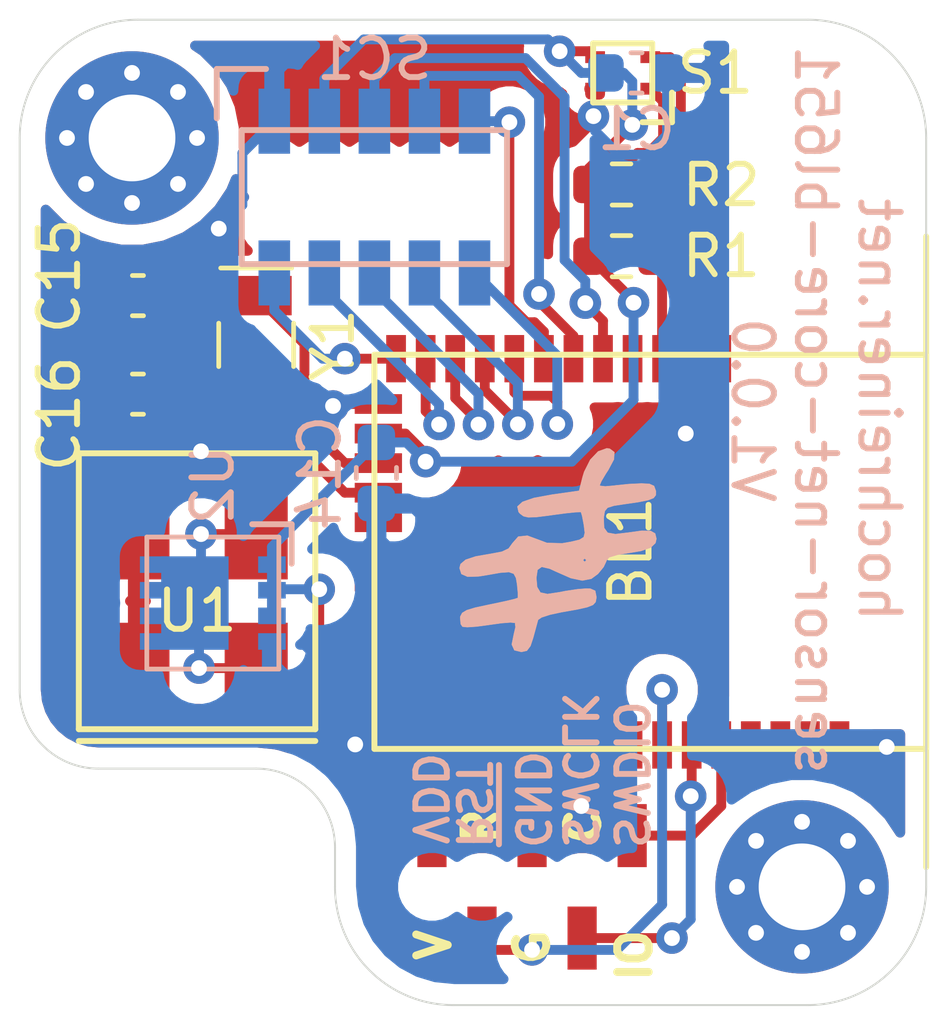
<source format=kicad_pcb>
(kicad_pcb (version 20171130) (host pcbnew 5.1.9-1.fc33)

  (general
    (thickness 1.6)
    (drawings 23)
    (tracks 185)
    (zones 0)
    (modules 16)
    (nets 19)
  )

  (page A4)
  (layers
    (0 F.Cu signal)
    (31 B.Cu signal)
    (32 B.Adhes user)
    (33 F.Adhes user)
    (34 B.Paste user)
    (35 F.Paste user)
    (36 B.SilkS user)
    (37 F.SilkS user)
    (38 B.Mask user)
    (39 F.Mask user)
    (40 Dwgs.User user)
    (41 Cmts.User user)
    (42 Eco1.User user)
    (43 Eco2.User user)
    (44 Edge.Cuts user)
    (45 Margin user)
    (46 B.CrtYd user)
    (47 F.CrtYd user)
    (48 B.Fab user hide)
    (49 F.Fab user hide)
  )

  (setup
    (last_trace_width 0.25)
    (trace_clearance 0.2)
    (zone_clearance 0.508)
    (zone_45_only no)
    (trace_min 0.2)
    (via_size 0.8)
    (via_drill 0.4)
    (via_min_size 0.4)
    (via_min_drill 0.3)
    (uvia_size 0.3)
    (uvia_drill 0.1)
    (uvias_allowed no)
    (uvia_min_size 0.2)
    (uvia_min_drill 0.1)
    (edge_width 0.05)
    (segment_width 0.2)
    (pcb_text_width 0.3)
    (pcb_text_size 1.5 1.5)
    (mod_edge_width 0.12)
    (mod_text_size 1 1)
    (mod_text_width 0.15)
    (pad_size 1.524 1.524)
    (pad_drill 0.762)
    (pad_to_mask_clearance 0)
    (aux_axis_origin 0 0)
    (visible_elements FFFFFF7F)
    (pcbplotparams
      (layerselection 0x010fc_ffffffff)
      (usegerberextensions false)
      (usegerberattributes true)
      (usegerberadvancedattributes true)
      (creategerberjobfile true)
      (excludeedgelayer true)
      (linewidth 0.100000)
      (plotframeref false)
      (viasonmask false)
      (mode 1)
      (useauxorigin false)
      (hpglpennumber 1)
      (hpglpenspeed 20)
      (hpglpendiameter 15.000000)
      (psnegative false)
      (psa4output false)
      (plotreference true)
      (plotvalue true)
      (plotinvisibletext false)
      (padsonsilk false)
      (subtractmaskfromsilk false)
      (outputformat 1)
      (mirror false)
      (drillshape 1)
      (scaleselection 1)
      (outputdirectory ""))
  )

  (net 0 "")
  (net 1 GND)
  (net 2 /mcu/GPIO_1)
  (net 3 /mcu/I2C_SCL)
  (net 4 /mcu/I2C_SDA)
  (net 5 /mcu/SPI_MISO)
  (net 6 /mcu/SPI_MOSI)
  (net 7 /mcu/SPI_CLK)
  (net 8 /mcu/~SPI_CS)
  (net 9 /mcu/GPIO_2)
  (net 10 /sensor/SDA)
  (net 11 /sensor/SCL)
  (net 12 "Net-(BL1-Pad24)")
  (net 13 "Net-(BL1-Pad25)")
  (net 14 /power/2V4)
  (net 15 /mcu/SWDIO)
  (net 16 /mcu/SWDCLK)
  (net 17 /mcu/~RESET)
  (net 18 "Net-(U1-Pad2)")

  (net_class Default "This is the default net class."
    (clearance 0.2)
    (trace_width 0.25)
    (via_dia 0.8)
    (via_drill 0.4)
    (uvia_dia 0.3)
    (uvia_drill 0.1)
    (add_net /mcu/GPIO_1)
    (add_net /mcu/GPIO_2)
    (add_net /mcu/I2C_SCL)
    (add_net /mcu/I2C_SDA)
    (add_net /mcu/SPI_CLK)
    (add_net /mcu/SPI_MISO)
    (add_net /mcu/SPI_MOSI)
    (add_net /mcu/SWDCLK)
    (add_net /mcu/SWDIO)
    (add_net /mcu/~RESET)
    (add_net /mcu/~SPI_CS)
    (add_net /power/2V4)
    (add_net /sensor/SCL)
    (add_net /sensor/SDA)
    (add_net GND)
    (add_net "Net-(BL1-Pad24)")
    (add_net "Net-(BL1-Pad25)")
    (add_net "Net-(U1-Pad2)")
  )

  (module HH_Hochreiner:logo_small (layer B.Cu) (tedit 0) (tstamp 5FF2388D)
    (at 169.7 109 90)
    (path /5FF1E77E)
    (fp_text reference L1 (at 0 0 90) (layer B.SilkS) hide
      (effects (font (size 1.524 1.524) (thickness 0.3)) (justify mirror))
    )
    (fp_text value Logo_small (at 0.75 0 90) (layer B.SilkS) hide
      (effects (font (size 1.524 1.524) (thickness 0.3)) (justify mirror))
    )
    (fp_poly (pts (xy 0.465236 2.422948) (xy 0.530842 2.307894) (xy 0.535277 2.083323) (xy 0.488182 1.744091)
      (xy 0.449184 1.414977) (xy 0.483155 1.21879) (xy 0.607437 1.128527) (xy 0.839369 1.117181)
      (xy 0.888292 1.120943) (xy 1.034953 1.145814) (xy 1.119274 1.216667) (xy 1.16936 1.376768)
      (xy 1.205097 1.608667) (xy 1.261547 1.997054) (xy 1.311193 2.245814) (xy 1.365873 2.383621)
      (xy 1.437426 2.439153) (xy 1.537691 2.441086) (xy 1.548159 2.439663) (xy 1.670976 2.395075)
      (xy 1.724311 2.275301) (xy 1.733929 2.074333) (xy 1.718958 1.755685) (xy 1.684542 1.418485)
      (xy 1.678485 1.375833) (xy 1.659278 1.157547) (xy 1.673899 1.029785) (xy 1.689574 1.016)
      (xy 1.793147 1.059839) (xy 1.979341 1.170519) (xy 2.073446 1.232532) (xy 2.344007 1.376859)
      (xy 2.528326 1.388556) (xy 2.617537 1.268285) (xy 2.624666 1.191289) (xy 2.546366 0.97609)
      (xy 2.335579 0.776082) (xy 2.028479 0.621567) (xy 1.897118 0.58185) (xy 1.548405 0.494043)
      (xy 1.450957 -0.195033) (xy 1.36686 -0.652349) (xy 1.266485 -0.943845) (xy 1.148104 -1.072411)
      (xy 1.00999 -1.040933) (xy 0.96731 -1.003596) (xy 0.903475 -0.917057) (xy 0.875335 -0.795063)
      (xy 0.881333 -0.597439) (xy 0.919911 -0.284012) (xy 0.935275 -0.177307) (xy 0.978243 0.143689)
      (xy 1.004097 0.392744) (xy 1.008864 0.52895) (xy 1.005131 0.542163) (xy 0.908912 0.571095)
      (xy 0.711038 0.608916) (xy 0.659985 0.617074) (xy 0.482334 0.638073) (xy 0.372912 0.611242)
      (xy 0.305357 0.503871) (xy 0.253302 0.283253) (xy 0.215665 0.065859) (xy 0.225584 -0.322831)
      (xy 0.292939 -0.501437) (xy 0.410131 -0.819539) (xy 0.385195 -1.049988) (xy 0.218148 -1.197785)
      (xy 0.084349 -1.294268) (xy 0.0032 -1.463689) (xy -0.046372 -1.725137) (xy -0.116624 -2.128753)
      (xy -0.201185 -2.384425) (xy -0.309628 -2.513477) (xy -0.41218 -2.54) (xy -0.562351 -2.492387)
      (xy -0.631205 -2.337165) (xy -0.623541 -2.055759) (xy -0.590322 -1.850298) (xy -0.529243 -1.502146)
      (xy -0.51428 -1.285113) (xy -0.555939 -1.164773) (xy -0.664725 -1.106698) (xy -0.8255 -1.079612)
      (xy -1.037366 -1.059647) (xy -1.161832 -1.060095) (xy -1.171484 -1.063555) (xy -1.199854 -1.151556)
      (xy -1.250898 -1.365911) (xy -1.315337 -1.66668) (xy -1.340817 -1.792372) (xy -1.416332 -2.14261)
      (xy -1.481492 -2.35844) (xy -1.550922 -2.472933) (xy -1.639244 -2.519162) (xy -1.664178 -2.523675)
      (xy -1.831716 -2.510453) (xy -1.898698 -2.465531) (xy -1.911383 -2.345401) (xy -1.895812 -2.108526)
      (xy -1.855393 -1.804509) (xy -1.851704 -1.781894) (xy -1.809677 -1.481087) (xy -1.791653 -1.249955)
      (xy -1.801075 -1.134815) (xy -1.803363 -1.131749) (xy -1.910934 -1.120144) (xy -2.091179 -1.162591)
      (xy -2.350877 -1.214948) (xy -2.496661 -1.148507) (xy -2.54 -0.97001) (xy -2.509262 -0.832035)
      (xy -2.388927 -0.740219) (xy -2.180167 -0.671062) (xy -1.937294 -0.605061) (xy -1.759048 -0.55656)
      (xy -1.72431 -0.547085) (xy -1.663252 -0.456472) (xy -1.594265 -0.24347) (xy -1.531952 0.046481)
      (xy -1.530137 0.057079) (xy -1.461106 0.447524) (xy -1.404459 0.70036) (xy -1.346828 0.845341)
      (xy -1.274842 0.912221) (xy -1.175131 0.930753) (xy -1.137295 0.931333) (xy -0.988934 0.90216)
      (xy -0.935523 0.780857) (xy -0.931334 0.681501) (xy -0.949438 0.450069) (xy -0.995394 0.145989)
      (xy -1.025257 -0.006281) (xy -1.070771 -0.310006) (xy -1.032778 -0.488073) (xy -0.891964 -0.571518)
      (xy -0.661164 -0.59137) (xy -0.456718 -0.561522) (xy -0.381362 -0.455258) (xy -0.428031 -0.252126)
      (xy -0.494466 -0.108737) (xy -0.666306 0.281572) (xy -0.728609 0.575469) (xy -0.716801 0.635)
      (xy -0.254 0.635) (xy -0.211667 0.592667) (xy -0.169334 0.635) (xy -0.211667 0.677333)
      (xy -0.254 0.635) (xy -0.716801 0.635) (xy -0.683271 0.804038) (xy -0.560391 0.971307)
      (xy -0.384778 1.115248) (xy -0.238287 1.184288) (xy -0.225271 1.185334) (xy -0.139672 1.254628)
      (xy -0.074349 1.47148) (xy -0.043524 1.672167) (xy 0.021738 2.064222) (xy 0.106951 2.309823)
      (xy 0.222986 2.431607) (xy 0.332587 2.455333) (xy 0.465236 2.422948)) (layer B.SilkS) (width 0.01))
  )

  (module HH_Sensirion:SHT4x (layer F.Cu) (tedit 5FF1D2CE) (tstamp 5FF0FE21)
    (at 171.3 96.85 180)
    (path /5F9806F8/5FF11C51)
    (fp_text reference S1 (at -2.35 0) (layer F.SilkS)
      (effects (font (size 1 1) (thickness 0.15)))
    )
    (fp_text value SHT4x (at 0 -3) (layer F.Fab)
      (effects (font (size 1 1) (thickness 0.15)))
    )
    (fp_line (start -0.75 -0.75) (end 0.75 -0.75) (layer F.SilkS) (width 0.15))
    (fp_line (start 0.75 -0.75) (end 0.75 0.75) (layer F.SilkS) (width 0.15))
    (fp_line (start 0.75 0.75) (end -0.75 0.75) (layer F.SilkS) (width 0.15))
    (fp_line (start -0.75 0.75) (end -0.75 -0.75) (layer F.SilkS) (width 0.15))
    (fp_line (start -0.5 -1.25) (end -1.25 -1.25) (layer F.SilkS) (width 0.15))
    (fp_line (start -1.25 -1.25) (end -1.25 -0.5) (layer F.SilkS) (width 0.15))
    (pad 4 smd rect (at 0.7 -0.4 180) (size 0.5 0.3) (layers F.Cu F.Paste F.Mask)
      (net 1 GND))
    (pad 3 smd rect (at 0.7 0.4 180) (size 0.5 0.3) (layers F.Cu F.Paste F.Mask)
      (net 14 /power/2V4))
    (pad 2 smd rect (at -0.7 0.4 180) (size 0.5 0.3) (layers F.Cu F.Paste F.Mask)
      (net 11 /sensor/SCL))
    (pad 1 smd rect (at -0.7 -0.4 180) (size 0.5 0.3) (layers F.Cu F.Paste F.Mask)
      (net 10 /sensor/SDA))
    (model /home/hannes/Repository/kicad/models/Sensirion/SHT4x.step
      (offset (xyz -0.75 -0.75 0))
      (scale (xyz 1 1 1))
      (rotate (xyz 0 0 0))
    )
  )

  (module Crystal:Crystal_SMD_MicroCrystal_CC7V-T1A-2Pin_3.2x1.5mm (layer F.Cu) (tedit 5D24C08C) (tstamp 5F9891A5)
    (at 162 103.75 270)
    (descr "SMD Crystal MicroCrystal CC7V-T1A/CM7V-T1A series https://www.microcrystal.com/fileadmin/Media/Products/32kHz/Datasheet/CC7V-T1A.pdf, 3.2x1.5mm^2 package")
    (tags "SMD SMT crystal")
    (path /5F95CD43/5F8D8EC9)
    (attr smd)
    (fp_text reference Y1 (at 0 -1.95 90) (layer F.SilkS)
      (effects (font (size 1 1) (thickness 0.15)))
    )
    (fp_text value "32.768 kHz" (at 0 1.95 90) (layer F.Fab)
      (effects (font (size 1 1) (thickness 0.15)))
    )
    (fp_line (start -1.6 -0.75) (end -1.6 0.75) (layer F.Fab) (width 0.1))
    (fp_line (start -1.6 0.75) (end 1.6 0.75) (layer F.Fab) (width 0.1))
    (fp_line (start 1.6 0.75) (end 1.6 -0.75) (layer F.Fab) (width 0.1))
    (fp_line (start 1.6 -0.75) (end -1.6 -0.75) (layer F.Fab) (width 0.1))
    (fp_line (start -1.6 0.25) (end -1.1 0.75) (layer F.Fab) (width 0.1))
    (fp_line (start -0.55 -0.95) (end 0.55 -0.95) (layer F.SilkS) (width 0.12))
    (fp_line (start -0.55 0.95) (end 0.55 0.95) (layer F.SilkS) (width 0.12))
    (fp_line (start -1.95 -0.9) (end -1.95 0.9) (layer F.SilkS) (width 0.12))
    (fp_line (start -2 -1.2) (end -2 1.2) (layer F.CrtYd) (width 0.05))
    (fp_line (start -2 1.2) (end 2 1.2) (layer F.CrtYd) (width 0.05))
    (fp_line (start 2 1.2) (end 2 -1.2) (layer F.CrtYd) (width 0.05))
    (fp_line (start 2 -1.2) (end -2 -1.2) (layer F.CrtYd) (width 0.05))
    (fp_text user %R (at 0 0 90) (layer F.Fab)
      (effects (font (size 0.7 0.7) (thickness 0.105)))
    )
    (pad 2 smd rect (at 1.25 0 270) (size 1 1.8) (layers F.Cu F.Paste F.Mask)
      (net 12 "Net-(BL1-Pad24)"))
    (pad 1 smd rect (at -1.25 0 270) (size 1 1.8) (layers F.Cu F.Paste F.Mask)
      (net 13 "Net-(BL1-Pad25)"))
    (model ${KISYS3DMOD}/Crystal.3dshapes/Crystal_SMD_MicroCrystal_CC7V-T1A-2Pin_3.2x1.5mm.wrl
      (at (xyz 0 0 0))
      (scale (xyz 1 1 1))
      (rotate (xyz 0 0 0))
    )
    (model /home/hannes/Repository/kicad/models/MicroCrystal/CM7V-T1A.step
      (at (xyz 0 0 0))
      (scale (xyz 1 1 1))
      (rotate (xyz 0 0 0))
    )
  )

  (module HH_Harwin:M50-3130545 (layer F.Cu) (tedit 5F9922A6) (tstamp 5F9985B9)
    (at 169 117.5)
    (path /5F95CD43/5F920E82)
    (fp_text reference M1 (at 3.5 2 180) (layer F.SilkS) hide
      (effects (font (size 1 1) (thickness 0.15)))
    )
    (fp_text value M50-3130545 (at 0 -4) (layer F.Fab)
      (effects (font (size 1 1) (thickness 0.15)))
    )
    (fp_line (start -3.375 -0.9) (end -3.375 0.9) (layer F.CrtYd) (width 0.15))
    (fp_line (start -3.375 0.9) (end 3.375 0.9) (layer F.CrtYd) (width 0.15))
    (fp_line (start 3.375 0.9) (end 3.375 -0.9) (layer F.CrtYd) (width 0.15))
    (fp_line (start 3.375 -0.9) (end -3.375 -0.9) (layer F.CrtYd) (width 0.15))
    (pad 1 smd rect (at -2.54 -1.3) (size 0.74 1.6) (layers F.Cu F.Paste F.Mask)
      (net 14 /power/2V4))
    (pad 3 smd rect (at 0 -1.3) (size 0.74 1.6) (layers F.Cu F.Paste F.Mask)
      (net 1 GND))
    (pad 5 smd rect (at 2.54 -1.3) (size 0.74 1.6) (layers F.Cu F.Paste F.Mask)
      (net 15 /mcu/SWDIO))
    (pad 2 smd rect (at -1.27 1.3) (size 0.74 1.6) (layers F.Cu F.Paste F.Mask)
      (net 17 /mcu/~RESET))
    (pad 4 smd rect (at 1.27 1.3) (size 0.74 1.6) (layers F.Cu F.Paste F.Mask)
      (net 16 /mcu/SWDCLK))
    (pad "" np_thru_hole circle (at -2.54 0) (size 0.7 0.7) (drill 0.7) (layers *.Cu *.Mask))
    (pad "" np_thru_hole circle (at -1.27 0) (size 0.7 0.7) (drill 0.7) (layers *.Cu *.Mask))
    (pad "" np_thru_hole circle (at 0 0) (size 0.7 0.7) (drill 0.7) (layers *.Cu *.Mask))
    (pad "" np_thru_hole circle (at 1.27 0) (size 0.7 0.7) (drill 0.7) (layers *.Cu *.Mask))
    (pad "" np_thru_hole circle (at 2.54 0) (size 0.7 0.7) (drill 0.7) (layers *.Cu *.Mask))
    (model /home/hannes/Repository/kicad/models/Harwin/M50-3130545.step
      (at (xyz 0 0 0))
      (scale (xyz 1 1 1))
      (rotate (xyz 0 0 0))
    )
  )

  (module HH_DiodesIncorporated:DMP2008UFG-7 (layer B.Cu) (tedit 5F97CEBA) (tstamp 5F9B1318)
    (at 160.9 110.3 270)
    (path /5F975514/5F97922A)
    (fp_text reference U2 (at -3 0 90) (layer B.SilkS)
      (effects (font (size 1 1) (thickness 0.15)) (justify mirror))
    )
    (fp_text value DMP2008UFG-7 (at 0 -7.5 90) (layer B.Fab)
      (effects (font (size 1 1) (thickness 0.15)) (justify mirror))
    )
    (fp_line (start -2 -2) (end -1 -2) (layer B.SilkS) (width 0.15))
    (fp_line (start -2 -1) (end -2 -2) (layer B.SilkS) (width 0.15))
    (fp_line (start -1.675 1.675) (end 1.675 1.675) (layer B.CrtYd) (width 0.12))
    (fp_line (start -1.675 -1.675) (end 1.675 -1.675) (layer B.CrtYd) (width 0.12))
    (fp_line (start 1.675 1.675) (end 1.675 -1.675) (layer B.CrtYd) (width 0.12))
    (fp_line (start -1.675 -1.675) (end -1.675 1.675) (layer B.CrtYd) (width 0.12))
    (fp_line (start -1.675 -1.675) (end -1.675 1.675) (layer B.SilkS) (width 0.12))
    (fp_line (start 1.675 1.675) (end 1.675 -1.675) (layer B.SilkS) (width 0.12))
    (fp_line (start -1.675 1.675) (end 1.675 1.675) (layer B.SilkS) (width 0.12))
    (fp_line (start -1.675 -1.675) (end 1.675 -1.675) (layer B.SilkS) (width 0.12))
    (pad 1 smd rect (at -0.975 -1.5 270) (size 0.42 0.7) (layers B.Cu B.Paste B.Mask)
      (net 14 /power/2V4))
    (pad 2 smd rect (at -0.325 -1.5 270) (size 0.42 0.7) (layers B.Cu B.Paste B.Mask)
      (net 14 /power/2V4))
    (pad 3 smd rect (at 0.325 -1.5 270) (size 0.42 0.7) (layers B.Cu B.Paste B.Mask)
      (net 14 /power/2V4))
    (pad 4 smd rect (at 0.975 -1.5 270) (size 0.42 0.7) (layers B.Cu B.Paste B.Mask)
      (net 1 GND))
    (pad 5 smd rect (at 0.975 1.5 270) (size 0.42 0.7) (layers B.Cu B.Paste B.Mask)
      (net 18 "Net-(U1-Pad2)"))
    (pad 6 smd rect (at 0.325 1.5 270) (size 0.42 0.7) (layers B.Cu B.Paste B.Mask)
      (net 18 "Net-(U1-Pad2)"))
    (pad 7 smd rect (at -0.325 1.5 270) (size 0.42 0.7) (layers B.Cu B.Paste B.Mask)
      (net 18 "Net-(U1-Pad2)"))
    (pad 8 smd rect (at -0.975 1.5 270) (size 0.42 0.7) (layers B.Cu B.Paste B.Mask)
      (net 18 "Net-(U1-Pad2)"))
    (pad 8 smd rect (at 0 0.455 270) (size 2.37 1.71) (layers B.Cu B.Paste B.Mask)
      (net 18 "Net-(U1-Pad2)"))
    (model /home/hannes/Repository/kicad/models/DiodesIncorporated/DMP2008UFG-7.step
      (at (xyz 0 0 0))
      (scale (xyz 1 1 1))
      (rotate (xyz 0 0 0))
    )
  )

  (module HH_AVX:009296002202906 (layer F.Cu) (tedit 5F97CB83) (tstamp 5F9B12EA)
    (at 160.5 110)
    (path /5F975514/5F97D2F5)
    (fp_text reference U1 (at 0 0.5) (layer F.SilkS)
      (effects (font (size 1 1) (thickness 0.15)))
    )
    (fp_text value 009296002202906 (at 0 -0.5) (layer F.Fab)
      (effects (font (size 1 1) (thickness 0.15)))
    )
    (fp_line (start -3 -3.5) (end 3 -3.5) (layer F.SilkS) (width 0.15))
    (fp_line (start 3 -3.5) (end 3 3.5) (layer F.SilkS) (width 0.15))
    (fp_line (start 3 3.5) (end -3 3.5) (layer F.SilkS) (width 0.15))
    (fp_line (start -3 3.5) (end -3 -3.5) (layer F.SilkS) (width 0.15))
    (fp_line (start -3 3.8) (end 3 3.8) (layer F.SilkS) (width 0.15))
    (pad 2 smd rect (at 1.5 -1.45) (size 1.6 2.3) (layers F.Cu F.Paste F.Mask)
      (net 18 "Net-(U1-Pad2)"))
    (pad 1 smd rect (at -1.5 -1.45) (size 1.6 2.3) (layers F.Cu F.Paste F.Mask)
      (net 1 GND))
    (pad 2 smd rect (at 1.5 1.95) (size 1.6 2.3) (layers F.Cu F.Paste F.Mask)
      (net 18 "Net-(U1-Pad2)"))
    (pad 1 smd rect (at -1.5 1.95) (size 1.6 2.3) (layers F.Cu F.Paste F.Mask)
      (net 1 GND))
    (model /home/hannes/Repository/kicad/models/AVX/009296002202906.step
      (at (xyz 0 0 0))
      (scale (xyz 1 1 1))
      (rotate (xyz 0 0 0))
    )
  )

  (module MountingHole:MountingHole_2.2mm_M2_Pad_Via (layer F.Cu) (tedit 56DDB9C7) (tstamp 5F989F43)
    (at 158.85 98.5)
    (descr "Mounting Hole 2.2mm, M2")
    (tags "mounting hole 2.2mm m2")
    (path /5F98AE7E)
    (attr virtual)
    (fp_text reference H2 (at 0 -3.2) (layer F.SilkS) hide
      (effects (font (size 1 1) (thickness 0.15)))
    )
    (fp_text value MountingHole (at 0 3.2) (layer F.Fab)
      (effects (font (size 1 1) (thickness 0.15)))
    )
    (fp_circle (center 0 0) (end 2.2 0) (layer Cmts.User) (width 0.15))
    (fp_circle (center 0 0) (end 2.45 0) (layer F.CrtYd) (width 0.05))
    (fp_text user %R (at 0.3 0) (layer F.Fab)
      (effects (font (size 1 1) (thickness 0.15)))
    )
    (pad 1 thru_hole circle (at 1.166726 -1.166726) (size 0.7 0.7) (drill 0.4) (layers *.Cu *.Mask))
    (pad 1 thru_hole circle (at 0 -1.65) (size 0.7 0.7) (drill 0.4) (layers *.Cu *.Mask))
    (pad 1 thru_hole circle (at -1.166726 -1.166726) (size 0.7 0.7) (drill 0.4) (layers *.Cu *.Mask))
    (pad 1 thru_hole circle (at -1.65 0) (size 0.7 0.7) (drill 0.4) (layers *.Cu *.Mask))
    (pad 1 thru_hole circle (at -1.166726 1.166726) (size 0.7 0.7) (drill 0.4) (layers *.Cu *.Mask))
    (pad 1 thru_hole circle (at 0 1.65) (size 0.7 0.7) (drill 0.4) (layers *.Cu *.Mask))
    (pad 1 thru_hole circle (at 1.166726 1.166726) (size 0.7 0.7) (drill 0.4) (layers *.Cu *.Mask))
    (pad 1 thru_hole circle (at 1.65 0) (size 0.7 0.7) (drill 0.4) (layers *.Cu *.Mask))
    (pad 1 thru_hole circle (at 0 0) (size 4.4 4.4) (drill 2.2) (layers *.Cu *.Mask))
  )

  (module MountingHole:MountingHole_2.2mm_M2_Pad_Via (layer F.Cu) (tedit 56DDB9C7) (tstamp 5F989F33)
    (at 175.85 117.5)
    (descr "Mounting Hole 2.2mm, M2")
    (tags "mounting hole 2.2mm m2")
    (path /5F98ADD0)
    (attr virtual)
    (fp_text reference H1 (at 0 -3.2) (layer F.SilkS) hide
      (effects (font (size 1 1) (thickness 0.15)))
    )
    (fp_text value MountingHole (at 0 3.2) (layer F.Fab)
      (effects (font (size 1 1) (thickness 0.15)))
    )
    (fp_circle (center 0 0) (end 2.2 0) (layer Cmts.User) (width 0.15))
    (fp_circle (center 0 0) (end 2.45 0) (layer F.CrtYd) (width 0.05))
    (fp_text user %R (at 0.3 0) (layer F.Fab)
      (effects (font (size 1 1) (thickness 0.15)))
    )
    (pad 1 thru_hole circle (at 1.166726 -1.166726) (size 0.7 0.7) (drill 0.4) (layers *.Cu *.Mask))
    (pad 1 thru_hole circle (at 0 -1.65) (size 0.7 0.7) (drill 0.4) (layers *.Cu *.Mask))
    (pad 1 thru_hole circle (at -1.166726 -1.166726) (size 0.7 0.7) (drill 0.4) (layers *.Cu *.Mask))
    (pad 1 thru_hole circle (at -1.65 0) (size 0.7 0.7) (drill 0.4) (layers *.Cu *.Mask))
    (pad 1 thru_hole circle (at -1.166726 1.166726) (size 0.7 0.7) (drill 0.4) (layers *.Cu *.Mask))
    (pad 1 thru_hole circle (at 0 1.65) (size 0.7 0.7) (drill 0.4) (layers *.Cu *.Mask))
    (pad 1 thru_hole circle (at 1.166726 1.166726) (size 0.7 0.7) (drill 0.4) (layers *.Cu *.Mask))
    (pad 1 thru_hole circle (at 1.65 0) (size 0.7 0.7) (drill 0.4) (layers *.Cu *.Mask))
    (pad 1 thru_hole circle (at 0 0) (size 4.4 4.4) (drill 2.2) (layers *.Cu *.Mask))
  )

  (module HH_Hochreiner:Sensor-Connector_M50-3150542R (layer B.Cu) (tedit 5F908B27) (tstamp 5FF10493)
    (at 165 100)
    (path /5F95CD43/5F903C86)
    (fp_text reference SC1 (at 0 -3.5) (layer B.SilkS)
      (effects (font (size 1 1) (thickness 0.15)) (justify mirror))
    )
    (fp_text value Sensor-Connector (at 0.25 0) (layer B.Fab)
      (effects (font (size 1 1) (thickness 0.15)) (justify mirror))
    )
    (fp_line (start -8.5 -4.25) (end 8.5 -4.25) (layer Eco1.User) (width 0.12))
    (fp_line (start -8.5 -4.25) (end -8.5 16.75) (layer Eco1.User) (width 0.12))
    (fp_line (start 8.5 16.75) (end -8.5 16.75) (layer Eco1.User) (width 0.12))
    (fp_line (start 8.5 -4.25) (end 8.5 16.75) (layer Eco1.User) (width 0.12))
    (fp_line (start -4 -3.25) (end -2.75 -3.25) (layer B.SilkS) (width 0.15))
    (fp_line (start -4 -2) (end -4 -3.25) (layer B.SilkS) (width 0.15))
    (fp_line (start 3.365 1.7) (end 3.365 -1.7) (layer B.SilkS) (width 0.15))
    (fp_line (start -3.365 1.7) (end -3.365 -1.7) (layer B.SilkS) (width 0.15))
    (fp_line (start -3.365 -1.7) (end 3.365 -1.7) (layer B.SilkS) (width 0.15))
    (fp_line (start -3.365 1.7) (end 3.365 1.7) (layer B.SilkS) (width 0.15))
    (pad 10 smd rect (at 2.54 1.925) (size 0.8 1.65) (layers B.Cu B.Paste B.Mask)
      (net 9 /mcu/GPIO_2))
    (pad 8 smd rect (at 1.27 1.925) (size 0.8 1.65) (layers B.Cu B.Paste B.Mask)
      (net 8 /mcu/~SPI_CS))
    (pad 6 smd rect (at 0 1.925) (size 0.8 1.65) (layers B.Cu B.Paste B.Mask)
      (net 7 /mcu/SPI_CLK))
    (pad "" np_thru_hole circle (at 2.54 -0.635) (size 0.71 0.71) (drill 0.71) (layers *.Cu *.Mask))
    (pad "" np_thru_hole circle (at 2.54 0.635) (size 0.71 0.71) (drill 0.71) (layers *.Cu *.Mask))
    (pad "" np_thru_hole circle (at -2.54 -0.635) (size 0.71 0.71) (drill 0.71) (layers *.Cu *.Mask))
    (pad "" np_thru_hole circle (at -2.54 0.635) (size 0.71 0.71) (drill 0.71) (layers *.Cu *.Mask))
    (pad "" np_thru_hole circle (at -1.27 -0.635) (size 0.71 0.71) (drill 0.71) (layers *.Cu *.Mask))
    (pad "" np_thru_hole circle (at -1.27 0.635) (size 0.71 0.71) (drill 0.71) (layers *.Cu *.Mask))
    (pad "" np_thru_hole circle (at 1.27 -0.635) (size 0.71 0.71) (drill 0.71) (layers *.Cu *.Mask))
    (pad "" np_thru_hole circle (at 1.27 0.635) (size 0.71 0.71) (drill 0.71) (layers *.Cu *.Mask))
    (pad "" np_thru_hole circle (at 0 -0.635) (size 0.71 0.71) (drill 0.71) (layers *.Cu *.Mask))
    (pad "" np_thru_hole circle (at 0 0.635) (size 0.71 0.71) (drill 0.71) (layers *.Cu *.Mask))
    (pad "" np_thru_hole circle (at -1.905 0) (size 0.75 0.75) (drill 0.75) (layers *.Cu *.Mask))
    (pad "" np_thru_hole circle (at 1.905 0) (size 0.75 0.75) (drill 0.75) (layers *.Cu *.Mask))
    (pad 4 smd rect (at -1.27 1.925) (size 0.8 1.65) (layers B.Cu B.Paste B.Mask)
      (net 6 /mcu/SPI_MOSI))
    (pad 2 smd rect (at -2.54 1.925) (size 0.8 1.65) (layers B.Cu B.Paste B.Mask)
      (net 5 /mcu/SPI_MISO))
    (pad 5 smd rect (at 0 -1.925) (size 0.8 1.65) (layers B.Cu B.Paste B.Mask)
      (net 4 /mcu/I2C_SDA))
    (pad 9 smd rect (at 2.54 -1.925) (size 0.8 1.65) (layers B.Cu B.Paste B.Mask)
      (net 2 /mcu/GPIO_1))
    (pad 7 smd rect (at 1.27 -1.925) (size 0.8 1.65) (layers B.Cu B.Paste B.Mask)
      (net 3 /mcu/I2C_SCL))
    (pad 1 smd rect (at -2.54 -1.925) (size 0.8 1.65) (layers B.Cu B.Paste B.Mask)
      (net 1 GND))
    (pad 3 smd rect (at -1.27 -1.925) (size 0.8 1.65) (layers B.Cu B.Paste B.Mask)
      (net 14 /power/2V4))
    (model /home/hannes/Repository/kicad/models/Harwin/M50-3150542R.step
      (at (xyz 0 0 0))
      (scale (xyz 1 1 1))
      (rotate (xyz 0 0 0))
    )
  )

  (module Resistor_SMD:R_0603_1608Metric (layer F.Cu) (tedit 5F68FEEE) (tstamp 5F989105)
    (at 171.27 99.68 180)
    (descr "Resistor SMD 0603 (1608 Metric), square (rectangular) end terminal, IPC_7351 nominal, (Body size source: IPC-SM-782 page 72, https://www.pcb-3d.com/wordpress/wp-content/uploads/ipc-sm-782a_amendment_1_and_2.pdf), generated with kicad-footprint-generator")
    (tags resistor)
    (path /5F9806F8/5F982100)
    (attr smd)
    (fp_text reference R2 (at -2.53 -0.02) (layer F.SilkS)
      (effects (font (size 1 1) (thickness 0.15)))
    )
    (fp_text value 10k (at 0 1.43) (layer F.Fab)
      (effects (font (size 1 1) (thickness 0.15)))
    )
    (fp_line (start -0.8 0.4125) (end -0.8 -0.4125) (layer F.Fab) (width 0.1))
    (fp_line (start -0.8 -0.4125) (end 0.8 -0.4125) (layer F.Fab) (width 0.1))
    (fp_line (start 0.8 -0.4125) (end 0.8 0.4125) (layer F.Fab) (width 0.1))
    (fp_line (start 0.8 0.4125) (end -0.8 0.4125) (layer F.Fab) (width 0.1))
    (fp_line (start -0.237258 -0.5225) (end 0.237258 -0.5225) (layer F.SilkS) (width 0.12))
    (fp_line (start -0.237258 0.5225) (end 0.237258 0.5225) (layer F.SilkS) (width 0.12))
    (fp_line (start -1.48 0.73) (end -1.48 -0.73) (layer F.CrtYd) (width 0.05))
    (fp_line (start -1.48 -0.73) (end 1.48 -0.73) (layer F.CrtYd) (width 0.05))
    (fp_line (start 1.48 -0.73) (end 1.48 0.73) (layer F.CrtYd) (width 0.05))
    (fp_line (start 1.48 0.73) (end -1.48 0.73) (layer F.CrtYd) (width 0.05))
    (fp_text user %R (at 0 0) (layer F.Fab)
      (effects (font (size 0.4 0.4) (thickness 0.06)))
    )
    (pad 2 smd roundrect (at 0.825 0 180) (size 0.8 0.95) (layers F.Cu F.Paste F.Mask) (roundrect_rratio 0.25)
      (net 14 /power/2V4))
    (pad 1 smd roundrect (at -0.825 0 180) (size 0.8 0.95) (layers F.Cu F.Paste F.Mask) (roundrect_rratio 0.25)
      (net 11 /sensor/SCL))
    (model ${KISYS3DMOD}/Resistor_SMD.3dshapes/R_0603_1608Metric.wrl
      (at (xyz 0 0 0))
      (scale (xyz 1 1 1))
      (rotate (xyz 0 0 0))
    )
    (model /home/hannes/Repository/kicad/models/generic/R_0603.step
      (at (xyz 0 0 0))
      (scale (xyz 1 1 1))
      (rotate (xyz 0 0 0))
    )
  )

  (module Resistor_SMD:R_0603_1608Metric (layer F.Cu) (tedit 5F68FEEE) (tstamp 5F9890F4)
    (at 171.27 101.5 180)
    (descr "Resistor SMD 0603 (1608 Metric), square (rectangular) end terminal, IPC_7351 nominal, (Body size source: IPC-SM-782 page 72, https://www.pcb-3d.com/wordpress/wp-content/uploads/ipc-sm-782a_amendment_1_and_2.pdf), generated with kicad-footprint-generator")
    (tags resistor)
    (path /5F9806F8/5F982643)
    (attr smd)
    (fp_text reference R1 (at -2.53 0) (layer F.SilkS)
      (effects (font (size 1 1) (thickness 0.15)))
    )
    (fp_text value 10k (at 0 1.43) (layer F.Fab)
      (effects (font (size 1 1) (thickness 0.15)))
    )
    (fp_line (start -0.8 0.4125) (end -0.8 -0.4125) (layer F.Fab) (width 0.1))
    (fp_line (start -0.8 -0.4125) (end 0.8 -0.4125) (layer F.Fab) (width 0.1))
    (fp_line (start 0.8 -0.4125) (end 0.8 0.4125) (layer F.Fab) (width 0.1))
    (fp_line (start 0.8 0.4125) (end -0.8 0.4125) (layer F.Fab) (width 0.1))
    (fp_line (start -0.237258 -0.5225) (end 0.237258 -0.5225) (layer F.SilkS) (width 0.12))
    (fp_line (start -0.237258 0.5225) (end 0.237258 0.5225) (layer F.SilkS) (width 0.12))
    (fp_line (start -1.48 0.73) (end -1.48 -0.73) (layer F.CrtYd) (width 0.05))
    (fp_line (start -1.48 -0.73) (end 1.48 -0.73) (layer F.CrtYd) (width 0.05))
    (fp_line (start 1.48 -0.73) (end 1.48 0.73) (layer F.CrtYd) (width 0.05))
    (fp_line (start 1.48 0.73) (end -1.48 0.73) (layer F.CrtYd) (width 0.05))
    (fp_text user %R (at 0 0) (layer F.Fab)
      (effects (font (size 0.4 0.4) (thickness 0.06)))
    )
    (pad 2 smd roundrect (at 0.825 0 180) (size 0.8 0.95) (layers F.Cu F.Paste F.Mask) (roundrect_rratio 0.25)
      (net 14 /power/2V4))
    (pad 1 smd roundrect (at -0.825 0 180) (size 0.8 0.95) (layers F.Cu F.Paste F.Mask) (roundrect_rratio 0.25)
      (net 10 /sensor/SDA))
    (model ${KISYS3DMOD}/Resistor_SMD.3dshapes/R_0603_1608Metric.wrl
      (at (xyz 0 0 0))
      (scale (xyz 1 1 1))
      (rotate (xyz 0 0 0))
    )
    (model /home/hannes/Repository/kicad/models/generic/R_0603.step
      (at (xyz 0 0 0))
      (scale (xyz 1 1 1))
      (rotate (xyz 0 0 0))
    )
  )

  (module Capacitor_SMD:C_0603_1608Metric (layer F.Cu) (tedit 5F68FEEE) (tstamp 5F9890C4)
    (at 159 105 180)
    (descr "Capacitor SMD 0603 (1608 Metric), square (rectangular) end terminal, IPC_7351 nominal, (Body size source: IPC-SM-782 page 76, https://www.pcb-3d.com/wordpress/wp-content/uploads/ipc-sm-782a_amendment_1_and_2.pdf), generated with kicad-footprint-generator")
    (tags capacitor)
    (path /5F95CD43/5F8DEC89)
    (attr smd)
    (fp_text reference C16 (at 2 -0.5 90) (layer F.SilkS)
      (effects (font (size 1 1) (thickness 0.15)))
    )
    (fp_text value 9pF (at 0 1.43) (layer F.Fab)
      (effects (font (size 1 1) (thickness 0.15)))
    )
    (fp_line (start -0.8 0.4) (end -0.8 -0.4) (layer F.Fab) (width 0.1))
    (fp_line (start -0.8 -0.4) (end 0.8 -0.4) (layer F.Fab) (width 0.1))
    (fp_line (start 0.8 -0.4) (end 0.8 0.4) (layer F.Fab) (width 0.1))
    (fp_line (start 0.8 0.4) (end -0.8 0.4) (layer F.Fab) (width 0.1))
    (fp_line (start -0.14058 -0.51) (end 0.14058 -0.51) (layer F.SilkS) (width 0.12))
    (fp_line (start -0.14058 0.51) (end 0.14058 0.51) (layer F.SilkS) (width 0.12))
    (fp_line (start -1.48 0.73) (end -1.48 -0.73) (layer F.CrtYd) (width 0.05))
    (fp_line (start -1.48 -0.73) (end 1.48 -0.73) (layer F.CrtYd) (width 0.05))
    (fp_line (start 1.48 -0.73) (end 1.48 0.73) (layer F.CrtYd) (width 0.05))
    (fp_line (start 1.48 0.73) (end -1.48 0.73) (layer F.CrtYd) (width 0.05))
    (fp_text user %R (at 0 0) (layer F.Fab)
      (effects (font (size 0.4 0.4) (thickness 0.06)))
    )
    (pad 2 smd roundrect (at 0.775 0 180) (size 0.9 0.95) (layers F.Cu F.Paste F.Mask) (roundrect_rratio 0.25)
      (net 1 GND))
    (pad 1 smd roundrect (at -0.775 0 180) (size 0.9 0.95) (layers F.Cu F.Paste F.Mask) (roundrect_rratio 0.25)
      (net 12 "Net-(BL1-Pad24)"))
    (model ${KISYS3DMOD}/Capacitor_SMD.3dshapes/C_0603_1608Metric.wrl
      (at (xyz 0 0 0))
      (scale (xyz 1 1 1))
      (rotate (xyz 0 0 0))
    )
    (model /home/hannes/Repository/kicad/models/generic/C_0603.step
      (at (xyz 0 0 0))
      (scale (xyz 1 1 1))
      (rotate (xyz 0 0 0))
    )
  )

  (module Capacitor_SMD:C_0603_1608Metric (layer F.Cu) (tedit 5F68FEEE) (tstamp 5F9890B3)
    (at 159 102.5 180)
    (descr "Capacitor SMD 0603 (1608 Metric), square (rectangular) end terminal, IPC_7351 nominal, (Body size source: IPC-SM-782 page 76, https://www.pcb-3d.com/wordpress/wp-content/uploads/ipc-sm-782a_amendment_1_and_2.pdf), generated with kicad-footprint-generator")
    (tags capacitor)
    (path /5F95CD43/5F8DE5D5)
    (attr smd)
    (fp_text reference C15 (at 2 0.5 90) (layer F.SilkS)
      (effects (font (size 1 1) (thickness 0.15)))
    )
    (fp_text value 9pF (at 0 1.43) (layer F.Fab)
      (effects (font (size 1 1) (thickness 0.15)))
    )
    (fp_line (start -0.8 0.4) (end -0.8 -0.4) (layer F.Fab) (width 0.1))
    (fp_line (start -0.8 -0.4) (end 0.8 -0.4) (layer F.Fab) (width 0.1))
    (fp_line (start 0.8 -0.4) (end 0.8 0.4) (layer F.Fab) (width 0.1))
    (fp_line (start 0.8 0.4) (end -0.8 0.4) (layer F.Fab) (width 0.1))
    (fp_line (start -0.14058 -0.51) (end 0.14058 -0.51) (layer F.SilkS) (width 0.12))
    (fp_line (start -0.14058 0.51) (end 0.14058 0.51) (layer F.SilkS) (width 0.12))
    (fp_line (start -1.48 0.73) (end -1.48 -0.73) (layer F.CrtYd) (width 0.05))
    (fp_line (start -1.48 -0.73) (end 1.48 -0.73) (layer F.CrtYd) (width 0.05))
    (fp_line (start 1.48 -0.73) (end 1.48 0.73) (layer F.CrtYd) (width 0.05))
    (fp_line (start 1.48 0.73) (end -1.48 0.73) (layer F.CrtYd) (width 0.05))
    (fp_text user %R (at 0 0) (layer F.Fab)
      (effects (font (size 0.4 0.4) (thickness 0.06)))
    )
    (pad 2 smd roundrect (at 0.775 0 180) (size 0.9 0.95) (layers F.Cu F.Paste F.Mask) (roundrect_rratio 0.25)
      (net 1 GND))
    (pad 1 smd roundrect (at -0.775 0 180) (size 0.9 0.95) (layers F.Cu F.Paste F.Mask) (roundrect_rratio 0.25)
      (net 13 "Net-(BL1-Pad25)"))
    (model ${KISYS3DMOD}/Capacitor_SMD.3dshapes/C_0603_1608Metric.wrl
      (at (xyz 0 0 0))
      (scale (xyz 1 1 1))
      (rotate (xyz 0 0 0))
    )
    (model /home/hannes/Repository/kicad/models/generic/C_0603.step
      (at (xyz 0 0 0))
      (scale (xyz 1 1 1))
      (rotate (xyz 0 0 0))
    )
  )

  (module Capacitor_SMD:C_0603_1608Metric (layer B.Cu) (tedit 5F68FEEE) (tstamp 5FF102F6)
    (at 165.05 107 270)
    (descr "Capacitor SMD 0603 (1608 Metric), square (rectangular) end terminal, IPC_7351 nominal, (Body size source: IPC-SM-782 page 76, https://www.pcb-3d.com/wordpress/wp-content/uploads/ipc-sm-782a_amendment_1_and_2.pdf), generated with kicad-footprint-generator")
    (tags capacitor)
    (path /5F95CD43/5F8CD181)
    (attr smd)
    (fp_text reference C14 (at 0 1.43 90) (layer B.SilkS)
      (effects (font (size 1 1) (thickness 0.15)) (justify mirror))
    )
    (fp_text value 0.1µF,16V (at 0 -1.43 90) (layer B.Fab)
      (effects (font (size 1 1) (thickness 0.15)) (justify mirror))
    )
    (fp_line (start -0.8 -0.4) (end -0.8 0.4) (layer B.Fab) (width 0.1))
    (fp_line (start -0.8 0.4) (end 0.8 0.4) (layer B.Fab) (width 0.1))
    (fp_line (start 0.8 0.4) (end 0.8 -0.4) (layer B.Fab) (width 0.1))
    (fp_line (start 0.8 -0.4) (end -0.8 -0.4) (layer B.Fab) (width 0.1))
    (fp_line (start -0.14058 0.51) (end 0.14058 0.51) (layer B.SilkS) (width 0.12))
    (fp_line (start -0.14058 -0.51) (end 0.14058 -0.51) (layer B.SilkS) (width 0.12))
    (fp_line (start -1.48 -0.73) (end -1.48 0.73) (layer B.CrtYd) (width 0.05))
    (fp_line (start -1.48 0.73) (end 1.48 0.73) (layer B.CrtYd) (width 0.05))
    (fp_line (start 1.48 0.73) (end 1.48 -0.73) (layer B.CrtYd) (width 0.05))
    (fp_line (start 1.48 -0.73) (end -1.48 -0.73) (layer B.CrtYd) (width 0.05))
    (fp_text user %R (at 0 0 90) (layer B.Fab)
      (effects (font (size 0.4 0.4) (thickness 0.06)) (justify mirror))
    )
    (pad 2 smd roundrect (at 0.775 0 270) (size 0.9 0.95) (layers B.Cu B.Paste B.Mask) (roundrect_rratio 0.25)
      (net 1 GND))
    (pad 1 smd roundrect (at -0.775 0 270) (size 0.9 0.95) (layers B.Cu B.Paste B.Mask) (roundrect_rratio 0.25)
      (net 14 /power/2V4))
    (model ${KISYS3DMOD}/Capacitor_SMD.3dshapes/C_0603_1608Metric.wrl
      (at (xyz 0 0 0))
      (scale (xyz 1 1 1))
      (rotate (xyz 0 0 0))
    )
    (model /home/hannes/Repository/kicad/models/generic/C_0603.step
      (at (xyz 0 0 0))
      (scale (xyz 1 1 1))
      (rotate (xyz 0 0 0))
    )
  )

  (module Capacitor_SMD:C_0603_1608Metric (layer B.Cu) (tedit 5F68FEEE) (tstamp 5F989080)
    (at 171.65 96.85)
    (descr "Capacitor SMD 0603 (1608 Metric), square (rectangular) end terminal, IPC_7351 nominal, (Body size source: IPC-SM-782 page 76, https://www.pcb-3d.com/wordpress/wp-content/uploads/ipc-sm-782a_amendment_1_and_2.pdf), generated with kicad-footprint-generator")
    (tags capacitor)
    (path /5F9806F8/5F980EF2)
    (attr smd)
    (fp_text reference C1 (at 0 1.43) (layer B.SilkS)
      (effects (font (size 1 1) (thickness 0.15)) (justify mirror))
    )
    (fp_text value "0.1µF, 10V, 0603" (at 0 -1.43) (layer B.Fab)
      (effects (font (size 1 1) (thickness 0.15)) (justify mirror))
    )
    (fp_line (start -0.8 -0.4) (end -0.8 0.4) (layer B.Fab) (width 0.1))
    (fp_line (start -0.8 0.4) (end 0.8 0.4) (layer B.Fab) (width 0.1))
    (fp_line (start 0.8 0.4) (end 0.8 -0.4) (layer B.Fab) (width 0.1))
    (fp_line (start 0.8 -0.4) (end -0.8 -0.4) (layer B.Fab) (width 0.1))
    (fp_line (start -0.14058 0.51) (end 0.14058 0.51) (layer B.SilkS) (width 0.12))
    (fp_line (start -0.14058 -0.51) (end 0.14058 -0.51) (layer B.SilkS) (width 0.12))
    (fp_line (start -1.48 -0.73) (end -1.48 0.73) (layer B.CrtYd) (width 0.05))
    (fp_line (start -1.48 0.73) (end 1.48 0.73) (layer B.CrtYd) (width 0.05))
    (fp_line (start 1.48 0.73) (end 1.48 -0.73) (layer B.CrtYd) (width 0.05))
    (fp_line (start 1.48 -0.73) (end -1.48 -0.73) (layer B.CrtYd) (width 0.05))
    (fp_text user %R (at 0 0) (layer B.Fab)
      (effects (font (size 0.4 0.4) (thickness 0.06)) (justify mirror))
    )
    (pad 2 smd roundrect (at 0.775 0) (size 0.9 0.95) (layers B.Cu B.Paste B.Mask) (roundrect_rratio 0.25)
      (net 1 GND))
    (pad 1 smd roundrect (at -0.775 0) (size 0.9 0.95) (layers B.Cu B.Paste B.Mask) (roundrect_rratio 0.25)
      (net 14 /power/2V4))
    (model ${KISYS3DMOD}/Capacitor_SMD.3dshapes/C_0603_1608Metric.wrl
      (at (xyz 0 0 0))
      (scale (xyz 1 1 1))
      (rotate (xyz 0 0 0))
    )
    (model /home/hannes/Repository/kicad/models/generic/C_0603.step
      (at (xyz 0 0 0))
      (scale (xyz 1 1 1))
      (rotate (xyz 0 0 0))
    )
  )

  (module HH_Laird:BL651 (layer F.Cu) (tedit 5F908AAD) (tstamp 5F98938C)
    (at 172 109 270)
    (path /5F95CD43/5F8C7148)
    (fp_text reference BL1 (at 0 0.5 90) (layer F.SilkS)
      (effects (font (size 1 1) (thickness 0.15)))
    )
    (fp_text value BL651 (at 0 -0.5 90) (layer F.Fab)
      (effects (font (size 1 1) (thickness 0.15)))
    )
    (fp_line (start -5 -7) (end 5 -7) (layer F.SilkS) (width 0.15))
    (fp_line (start 5 -7) (end 5 7) (layer F.SilkS) (width 0.15))
    (fp_line (start 5 7) (end -5 7) (layer F.SilkS) (width 0.15))
    (fp_line (start -5 7) (end -5 -7) (layer F.SilkS) (width 0.15))
    (fp_line (start -8 -7) (end 8 -7) (layer F.SilkS) (width 0.15))
    (fp_poly (pts (xy 4.2 -7) (xy 4.2 -2.2) (xy -8 -2.2) (xy -8 -7)) (layer F.CrtYd) (width 0.15))
    (pad 39 smd rect (at -4.9 -1.8 270) (size 1.2 0.5) (layers F.Cu F.Paste F.Mask)
      (net 1 GND))
    (pad 38 smd rect (at -4.9 -1.05 270) (size 1.2 0.5) (layers F.Cu F.Paste F.Mask)
      (net 11 /sensor/SCL))
    (pad 37 smd rect (at -4.9 -0.3 270) (size 1.2 0.5) (layers F.Cu F.Paste F.Mask)
      (net 10 /sensor/SDA))
    (pad 36 smd rect (at -4.9 0.45 270) (size 1.2 0.5) (layers F.Cu F.Paste F.Mask))
    (pad 35 smd rect (at -4.9 1.2 270) (size 1.2 0.5) (layers F.Cu F.Paste F.Mask)
      (net 4 /mcu/I2C_SDA))
    (pad 34 smd rect (at -4.9 1.95 270) (size 1.2 0.5) (layers F.Cu F.Paste F.Mask)
      (net 3 /mcu/I2C_SCL))
    (pad 33 smd rect (at -4.9 2.7 270) (size 1.2 0.5) (layers F.Cu F.Paste F.Mask)
      (net 2 /mcu/GPIO_1))
    (pad 32 smd rect (at -4.9 3.45 270) (size 1.2 0.5) (layers F.Cu F.Paste F.Mask)
      (net 9 /mcu/GPIO_2))
    (pad 31 smd rect (at -4.9 4.2 270) (size 1.2 0.5) (layers F.Cu F.Paste F.Mask)
      (net 8 /mcu/~SPI_CS))
    (pad 30 smd rect (at -4.9 4.95 270) (size 1.2 0.5) (layers F.Cu F.Paste F.Mask)
      (net 7 /mcu/SPI_CLK))
    (pad 29 smd rect (at -4.9 5.7 270) (size 1.2 0.5) (layers F.Cu F.Paste F.Mask)
      (net 6 /mcu/SPI_MOSI))
    (pad 28 smd rect (at -4.9 6.45 270) (size 1.2 0.5) (layers F.Cu F.Paste F.Mask)
      (net 5 /mcu/SPI_MISO))
    (pad 17 smd rect (at 3.75 6.9) (size 1.2 0.5) (layers F.Cu F.Paste F.Mask))
    (pad 18 smd rect (at 3 6.9) (size 1.2 0.5) (layers F.Cu F.Paste F.Mask))
    (pad 20 smd rect (at 1.5 6.9) (size 1.2 0.5) (layers F.Cu F.Paste F.Mask))
    (pad 19 smd rect (at 2.25 6.9) (size 1.2 0.5) (layers F.Cu F.Paste F.Mask))
    (pad 21 smd rect (at 0.75 6.9) (size 1.2 0.5) (layers F.Cu F.Paste F.Mask))
    (pad 22 smd rect (at 0 6.9) (size 1.2 0.5) (layers F.Cu F.Paste F.Mask))
    (pad 23 smd rect (at -0.75 6.9) (size 1.2 0.5) (layers F.Cu F.Paste F.Mask))
    (pad 24 smd rect (at -1.5 6.9) (size 1.2 0.5) (layers F.Cu F.Paste F.Mask)
      (net 12 "Net-(BL1-Pad24)"))
    (pad 25 smd rect (at -2.25 6.9) (size 1.2 0.5) (layers F.Cu F.Paste F.Mask)
      (net 13 "Net-(BL1-Pad25)"))
    (pad 26 smd rect (at -3 6.9) (size 1.2 0.5) (layers F.Cu F.Paste F.Mask)
      (net 14 /power/2V4))
    (pad 27 smd rect (at -3.75 6.9) (size 1.2 0.5) (layers F.Cu F.Paste F.Mask)
      (net 1 GND))
    (pad 1 smd rect (at 4.9 -4.8 270) (size 1.2 0.5) (layers F.Cu F.Paste F.Mask)
      (net 1 GND))
    (pad 2 smd rect (at 4.9 -4.05 270) (size 1.2 0.5) (layers F.Cu F.Paste F.Mask))
    (pad 3 smd rect (at 4.9 -3.3 270) (size 1.2 0.5) (layers F.Cu F.Paste F.Mask))
    (pad 4 smd rect (at 4.9 -2.55 270) (size 1.2 0.5) (layers F.Cu F.Paste F.Mask))
    (pad 5 smd rect (at 4.9 -1.8 270) (size 1.2 0.5) (layers F.Cu F.Paste F.Mask)
      (net 15 /mcu/SWDIO))
    (pad 6 smd rect (at 4.9 -1.05 270) (size 1.2 0.5) (layers F.Cu F.Paste F.Mask)
      (net 16 /mcu/SWDCLK))
    (pad 7 smd rect (at 4.9 -0.3 270) (size 1.2 0.5) (layers F.Cu F.Paste F.Mask)
      (net 17 /mcu/~RESET))
    (pad 8 smd rect (at 4.9 0.45 270) (size 1.2 0.5) (layers F.Cu F.Paste F.Mask))
    (pad 9 smd rect (at 4.9 1.2 270) (size 1.2 0.5) (layers F.Cu F.Paste F.Mask))
    (pad 10 smd rect (at 4.9 1.95 270) (size 1.2 0.5) (layers F.Cu F.Paste F.Mask))
    (pad 11 smd rect (at 4.9 2.7 270) (size 1.2 0.5) (layers F.Cu F.Paste F.Mask))
    (pad 12 smd rect (at 4.9 3.45 270) (size 1.2 0.5) (layers F.Cu F.Paste F.Mask))
    (pad 13 smd rect (at 4.9 4.2 270) (size 1.2 0.5) (layers F.Cu F.Paste F.Mask))
    (pad 14 smd rect (at 4.9 4.95 270) (size 1.2 0.5) (layers F.Cu F.Paste F.Mask))
    (pad 15 smd rect (at 4.9 5.7 270) (size 1.2 0.5) (layers F.Cu F.Paste F.Mask))
    (pad 16 smd rect (at 4.9 6.45 270) (size 1.2 0.5) (layers F.Cu F.Paste F.Mask)
      (net 1 GND))
    (model /home/hannes/Repository/kicad/models/Laird/BL651.step
      (at (xyz 0 0 0))
      (scale (xyz 1 1 1))
      (rotate (xyz 0 0 90))
    )
  )

  (gr_text "hochreiner.net\nsensor-net-core-bl651\nV1.0.0" (at 176.2 105.4 270) (layer B.SilkS)
    (effects (font (size 1 1) (thickness 0.15)) (justify mirror))
  )
  (gr_text C (at 170.3 116.5 90) (layer F.SilkS) (tstamp 5FF1D774)
    (effects (font (size 0.8 0.8) (thickness 0.2)) (justify left))
  )
  (gr_text IO (at 171.6 118.5 90) (layer F.SilkS) (tstamp 5FF1D72F)
    (effects (font (size 0.8 0.8) (thickness 0.2)) (justify right))
  )
  (gr_text G (at 169 118.5 90) (layer F.SilkS) (tstamp 5FF1D705)
    (effects (font (size 0.8 0.8) (thickness 0.2)) (justify right))
  )
  (gr_text R (at 167.7 116.5 90) (layer F.SilkS) (tstamp 5FF1D613)
    (effects (font (size 0.8 0.8) (thickness 0.2)) (justify left))
  )
  (gr_text V (at 166.5 118.5 90) (layer F.SilkS)
    (effects (font (size 0.8 0.8) (thickness 0.2)) (justify right))
  )
  (gr_text SWDIO (at 171.5 116.6 -90) (layer B.SilkS)
    (effects (font (size 0.8 0.8) (thickness 0.15)) (justify left mirror))
  )
  (gr_text SWCLK (at 170.2 116.6 -90) (layer B.SilkS)
    (effects (font (size 0.8 0.8) (thickness 0.15)) (justify left mirror))
  )
  (gr_text GND (at 169 116.6 -90) (layer B.SilkS)
    (effects (font (size 0.8 0.8) (thickness 0.15)) (justify left mirror))
  )
  (gr_text ~RST (at 167.5 116.6 270) (layer B.SilkS)
    (effects (font (size 0.8 0.8) (thickness 0.15)) (justify left mirror))
  )
  (gr_text VDD (at 166.4 116.5 270) (layer B.SilkS)
    (effects (font (size 0.8 0.8) (thickness 0.15)) (justify left mirror))
  )
  (gr_line (start 164 117.5) (end 164 116.5) (layer Edge.Cuts) (width 0.05) (tstamp 5FF10779))
  (gr_arc (start 158 112.5) (end 156 112.5) (angle -90) (layer Edge.Cuts) (width 0.05))
  (gr_arc (start 162 116.5) (end 164 116.5) (angle -90) (layer Edge.Cuts) (width 0.05))
  (gr_line (start 158 114.5) (end 162 114.5) (layer Edge.Cuts) (width 0.05) (tstamp 5FF106DF))
  (gr_arc (start 167 117.5) (end 164 117.5) (angle -90) (layer Edge.Cuts) (width 0.05))
  (gr_arc (start 176 117.5) (end 176 120.5) (angle -90) (layer Edge.Cuts) (width 0.05))
  (gr_arc (start 176 98.5) (end 179 98.5) (angle -90) (layer Edge.Cuts) (width 0.05))
  (gr_arc (start 159 98.5) (end 159 95.5) (angle -90) (layer Edge.Cuts) (width 0.05))
  (gr_line (start 156 112.5) (end 156 98.5) (layer Edge.Cuts) (width 0.05) (tstamp 5F989AE4))
  (gr_line (start 176 120.5) (end 167 120.5) (layer Edge.Cuts) (width 0.05))
  (gr_line (start 179 98.5) (end 179 117.5) (layer Edge.Cuts) (width 0.05))
  (gr_line (start 159 95.5) (end 176 95.5) (layer Edge.Cuts) (width 0.05))

  (via (at 178 113.95) (size 0.8) (drill 0.4) (layers F.Cu B.Cu) (net 1))
  (via (at 160.6 106.45) (size 0.8) (drill 0.4) (layers F.Cu B.Cu) (net 1))
  (via (at 170.25 115.45) (size 0.8) (drill 0.4) (layers F.Cu B.Cu) (net 1))
  (via (at 164.512653 113.887347) (size 0.8) (drill 0.4) (layers F.Cu B.Cu) (net 1))
  (segment (start 164.525306 113.9) (end 164.512653 113.887347) (width 0.25) (layer F.Cu) (net 1))
  (segment (start 165.55 113.9) (end 164.525306 113.9) (width 0.25) (layer F.Cu) (net 1))
  (via (at 172.9 106) (size 0.8) (drill 0.4) (layers F.Cu B.Cu) (net 1))
  (segment (start 173.8 105.1) (end 172.9 106) (width 0.25) (layer F.Cu) (net 1))
  (segment (start 173.8 104.1) (end 173.8 105.1) (width 0.25) (layer F.Cu) (net 1))
  (via (at 163.950001 105.3) (size 0.8) (drill 0.4) (layers F.Cu B.Cu) (net 1))
  (segment (start 164.000001 105.25) (end 163.950001 105.3) (width 0.25) (layer F.Cu) (net 1))
  (segment (start 165.1 105.25) (end 164.000001 105.25) (width 0.25) (layer F.Cu) (net 1))
  (segment (start 162.46 98.075) (end 161.65 98.885) (width 0.25) (layer B.Cu) (net 1))
  (via (at 161.05 100.8) (size 0.8) (drill 0.4) (layers F.Cu B.Cu) (net 1))
  (segment (start 161.65 100.2) (end 161.05 100.8) (width 0.25) (layer B.Cu) (net 1))
  (segment (start 161.65 98.885) (end 161.65 100.2) (width 0.25) (layer B.Cu) (net 1))
  (via (at 170.557709 97.946463) (size 0.8) (drill 0.4) (layers F.Cu B.Cu) (net 1))
  (segment (start 170.6 97.25) (end 170.6 98) (width 0.25) (layer F.Cu) (net 1))
  (segment (start 170.6 98) (end 170.6 98.323002) (width 0.25) (layer B.Cu) (net 1))
  (segment (start 172.425 98.425) (end 172.425 96.85) (width 0.25) (layer B.Cu) (net 1))
  (segment (start 171.924999 98.925001) (end 172.425 98.425) (width 0.25) (layer B.Cu) (net 1))
  (segment (start 171.201999 98.925001) (end 171.924999 98.925001) (width 0.25) (layer B.Cu) (net 1))
  (segment (start 170.6 98.323002) (end 171.201999 98.925001) (width 0.25) (layer B.Cu) (net 1))
  (segment (start 177.95 113.9) (end 178 113.95) (width 0.25) (layer F.Cu) (net 1))
  (segment (start 176.8 113.9) (end 177.95 113.9) (width 0.25) (layer F.Cu) (net 1))
  (segment (start 162.4 111.774694) (end 164.512653 113.887347) (width 0.25) (layer B.Cu) (net 1))
  (segment (start 162.4 111.275) (end 162.4 111.774694) (width 0.25) (layer B.Cu) (net 1))
  (segment (start 167.54 98.075) (end 168.39999 98.075) (width 0.25) (layer B.Cu) (net 2))
  (via (at 168.42499 98.1) (size 0.8) (drill 0.4) (layers F.Cu B.Cu) (net 2))
  (segment (start 168.39999 98.075) (end 168.42499 98.1) (width 0.25) (layer B.Cu) (net 2))
  (segment (start 169.3 103.414998) (end 169.060001 103.174999) (width 0.25) (layer F.Cu) (net 2))
  (segment (start 168.857297 103.174999) (end 168.42499 102.742692) (width 0.25) (layer F.Cu) (net 2))
  (segment (start 168.42499 102.742692) (end 168.42499 98.1) (width 0.25) (layer F.Cu) (net 2))
  (segment (start 169.060001 103.174999) (end 168.857297 103.174999) (width 0.25) (layer F.Cu) (net 2))
  (segment (start 169.3 104.1) (end 169.3 103.414998) (width 0.25) (layer F.Cu) (net 2))
  (segment (start 168.648002 96.924999) (end 169.177074 97.454071) (width 0.25) (layer B.Cu) (net 3))
  (segment (start 166.345001 96.924999) (end 168.648002 96.924999) (width 0.25) (layer B.Cu) (net 3))
  (segment (start 166.27 97) (end 166.345001 96.924999) (width 0.25) (layer B.Cu) (net 3))
  (via (at 169.177074 102.459512) (size 0.8) (drill 0.4) (layers F.Cu B.Cu) (net 3))
  (segment (start 166.27 98.075) (end 166.27 97) (width 0.25) (layer B.Cu) (net 3))
  (segment (start 170.05 103.523004) (end 169.177074 102.650078) (width 0.25) (layer F.Cu) (net 3))
  (segment (start 169.177074 102.650078) (end 169.177074 102.459512) (width 0.25) (layer F.Cu) (net 3))
  (segment (start 170.05 104.1) (end 170.05 103.523004) (width 0.25) (layer F.Cu) (net 3))
  (segment (start 169.177074 97.454071) (end 169.177074 102.459512) (width 0.25) (layer B.Cu) (net 3))
  (via (at 170.351334 102.691012) (size 0.8) (drill 0.4) (layers F.Cu B.Cu) (net 4))
  (segment (start 170.8 103.139678) (end 170.351334 102.691012) (width 0.25) (layer F.Cu) (net 4))
  (segment (start 170.8 104.1) (end 170.8 103.139678) (width 0.25) (layer F.Cu) (net 4))
  (segment (start 168.834401 96.474989) (end 169.824998 97.465586) (width 0.25) (layer B.Cu) (net 4))
  (segment (start 165 98.075) (end 165 97) (width 0.25) (layer B.Cu) (net 4))
  (segment (start 165 97) (end 165.52501 96.47499) (width 0.25) (layer B.Cu) (net 4))
  (segment (start 165.52501 96.47499) (end 168.834401 96.474989) (width 0.25) (layer B.Cu) (net 4))
  (segment (start 169.824998 97.465586) (end 169.824998 101.598991) (width 0.25) (layer B.Cu) (net 4))
  (segment (start 169.824998 101.598991) (end 170.351334 102.125327) (width 0.25) (layer B.Cu) (net 4))
  (segment (start 170.351334 102.125327) (end 170.351334 102.691012) (width 0.25) (layer B.Cu) (net 4))
  (via (at 164.25 104.1) (size 0.8) (drill 0.4) (layers F.Cu B.Cu) (net 5))
  (segment (start 165.55 104.1) (end 164.25 104.1) (width 0.25) (layer F.Cu) (net 5))
  (segment (start 162.46 102.875685) (end 162.46 101.925) (width 0.25) (layer B.Cu) (net 5))
  (segment (start 163.684315 104.1) (end 162.46 102.875685) (width 0.25) (layer B.Cu) (net 5))
  (segment (start 164.25 104.1) (end 163.684315 104.1) (width 0.25) (layer B.Cu) (net 5))
  (via (at 166.64 105.77) (size 0.8) (drill 0.4) (layers F.Cu B.Cu) (net 6))
  (segment (start 166.64 105.26) (end 166.64 105.77) (width 0.25) (layer B.Cu) (net 6))
  (segment (start 163.73 102.35) (end 166.64 105.26) (width 0.25) (layer B.Cu) (net 6))
  (segment (start 163.73 101.925) (end 163.73 102.35) (width 0.25) (layer B.Cu) (net 6))
  (segment (start 166.3 105.43) (end 166.64 105.77) (width 0.25) (layer F.Cu) (net 6))
  (segment (start 166.3 104.1) (end 166.3 105.43) (width 0.25) (layer F.Cu) (net 6))
  (segment (start 167.64001 104.99001) (end 167.64001 105.771719) (width 0.25) (layer B.Cu) (net 7))
  (segment (start 167.64001 105.687006) (end 167.64001 105.771719) (width 0.25) (layer F.Cu) (net 7))
  (segment (start 165 101.925) (end 165 102.35) (width 0.25) (layer B.Cu) (net 7))
  (segment (start 165 102.35) (end 167.64001 104.99001) (width 0.25) (layer B.Cu) (net 7))
  (via (at 167.64001 105.771719) (size 0.8) (drill 0.4) (layers F.Cu B.Cu) (net 7))
  (segment (start 167.05 105.096996) (end 167.64001 105.687006) (width 0.25) (layer F.Cu) (net 7))
  (segment (start 167.05 104.1) (end 167.05 105.096996) (width 0.25) (layer F.Cu) (net 7))
  (via (at 168.640003 105.76557) (size 0.8) (drill 0.4) (layers F.Cu B.Cu) (net 8))
  (segment (start 166.27 101.925) (end 166.27 102.35) (width 0.25) (layer B.Cu) (net 8))
  (segment (start 168.640003 105.736999) (end 168.640003 105.76557) (width 0.25) (layer F.Cu) (net 8))
  (segment (start 167.8 104.1) (end 167.8 104.896996) (width 0.25) (layer F.Cu) (net 8))
  (segment (start 167.8 104.896996) (end 168.640003 105.736999) (width 0.25) (layer F.Cu) (net 8))
  (segment (start 168.640003 104.720003) (end 168.640003 105.76557) (width 0.25) (layer B.Cu) (net 8))
  (segment (start 166.27 102.35) (end 168.640003 104.720003) (width 0.25) (layer B.Cu) (net 8))
  (via (at 169.639998 105.759834) (size 0.8) (drill 0.4) (layers F.Cu B.Cu) (net 9))
  (segment (start 167.54 101.925) (end 169.639998 104.024998) (width 0.25) (layer B.Cu) (net 9))
  (segment (start 169.639998 105.194149) (end 169.639998 105.759834) (width 0.25) (layer F.Cu) (net 9))
  (segment (start 168.55 104.95) (end 168.640568 105.040568) (width 0.25) (layer F.Cu) (net 9))
  (segment (start 169.486417 105.040568) (end 169.639998 105.194149) (width 0.25) (layer F.Cu) (net 9))
  (segment (start 168.640568 105.040568) (end 169.486417 105.040568) (width 0.25) (layer F.Cu) (net 9))
  (segment (start 168.55 104.1) (end 168.55 104.95) (width 0.25) (layer F.Cu) (net 9))
  (segment (start 169.639998 104.024998) (end 169.639998 105.759834) (width 0.25) (layer B.Cu) (net 9))
  (segment (start 172.3 101.705) (end 172.095 101.5) (width 0.25) (layer F.Cu) (net 10))
  (segment (start 172.3 104.1) (end 172.3 101.705) (width 0.25) (layer F.Cu) (net 10))
  (segment (start 172.325002 98.498002) (end 172.325002 97.575002) (width 0.25) (layer F.Cu) (net 10))
  (segment (start 171.3 100.705) (end 171.3 99.257522) (width 0.25) (layer F.Cu) (net 10))
  (segment (start 171.3 99.257522) (end 171.677532 98.87999) (width 0.25) (layer F.Cu) (net 10))
  (segment (start 172.325002 97.575002) (end 172 97.25) (width 0.25) (layer F.Cu) (net 10))
  (segment (start 171.943015 98.87999) (end 172.325002 98.498002) (width 0.25) (layer F.Cu) (net 10))
  (segment (start 172.095 101.5) (end 171.3 100.705) (width 0.25) (layer F.Cu) (net 10))
  (segment (start 171.677532 98.87999) (end 171.943015 98.87999) (width 0.25) (layer F.Cu) (net 10))
  (segment (start 173.05 100.635) (end 172.095 99.68) (width 0.25) (layer F.Cu) (net 11))
  (segment (start 173.05 104.1) (end 173.05 100.635) (width 0.25) (layer F.Cu) (net 11))
  (segment (start 172.095 99.68) (end 172.775013 98.999987) (width 0.25) (layer F.Cu) (net 11))
  (segment (start 172.775013 96.725013) (end 172.5 96.45) (width 0.25) (layer F.Cu) (net 11))
  (segment (start 172.775013 98.999987) (end 172.775013 96.725013) (width 0.25) (layer F.Cu) (net 11))
  (segment (start 172.5 96.45) (end 172 96.45) (width 0.25) (layer F.Cu) (net 11))
  (segment (start 162 105.25) (end 162 105) (width 0.25) (layer F.Cu) (net 12))
  (segment (start 164.25 107.5) (end 162 105.25) (width 0.25) (layer F.Cu) (net 12))
  (segment (start 165.1 107.5) (end 164.25 107.5) (width 0.25) (layer F.Cu) (net 12))
  (segment (start 162 105) (end 159.775 105) (width 0.25) (layer F.Cu) (net 12))
  (segment (start 164.25 106.75) (end 165.1 106.75) (width 0.25) (layer F.Cu) (net 13))
  (segment (start 163.225001 105.725001) (end 164.25 106.75) (width 0.25) (layer F.Cu) (net 13))
  (segment (start 163.225001 103.725001) (end 163.225001 105.725001) (width 0.25) (layer F.Cu) (net 13))
  (segment (start 162 102.5) (end 163.225001 103.725001) (width 0.25) (layer F.Cu) (net 13))
  (segment (start 159.775 102.5) (end 162 102.5) (width 0.25) (layer F.Cu) (net 13))
  (segment (start 170.445 99.68) (end 170.445 101.5) (width 0.25) (layer F.Cu) (net 14))
  (via (at 169.7 96.3) (size 0.8) (drill 0.4) (layers F.Cu B.Cu) (net 14))
  (segment (start 170.25 96.85) (end 169.7 96.3) (width 0.25) (layer B.Cu) (net 14))
  (segment (start 170.875 96.85) (end 170.25 96.85) (width 0.25) (layer B.Cu) (net 14))
  (segment (start 170.45 96.3) (end 170.6 96.45) (width 0.25) (layer F.Cu) (net 14))
  (segment (start 169.7 96.3) (end 170.45 96.3) (width 0.25) (layer F.Cu) (net 14))
  (segment (start 163.73 97) (end 163.73 98.075) (width 0.25) (layer B.Cu) (net 14))
  (segment (start 164.73 96) (end 163.73 97) (width 0.25) (layer B.Cu) (net 14))
  (segment (start 169.4 96) (end 164.73 96) (width 0.25) (layer B.Cu) (net 14))
  (segment (start 169.7 96.3) (end 169.4 96) (width 0.25) (layer B.Cu) (net 14))
  (segment (start 162.4 108.875) (end 162.4 109.325) (width 0.25) (layer B.Cu) (net 14))
  (segment (start 165.05 106.225) (end 162.4 108.875) (width 0.25) (layer B.Cu) (net 14))
  (segment (start 162.4 109.325) (end 162.4 109.975) (width 0.25) (layer B.Cu) (net 14))
  (segment (start 162.4 109.975) (end 162.4 110.625) (width 0.25) (layer B.Cu) (net 14))
  (via (at 163.6 109.95) (size 0.8) (drill 0.4) (layers F.Cu B.Cu) (net 14))
  (segment (start 162.425 109.95) (end 162.4 109.975) (width 0.25) (layer B.Cu) (net 14))
  (segment (start 163.6 109.95) (end 162.425 109.95) (width 0.25) (layer B.Cu) (net 14))
  (segment (start 163.6 114) (end 163.6 109.95) (width 0.25) (layer F.Cu) (net 14))
  (segment (start 165.8 116.2) (end 163.6 114) (width 0.25) (layer F.Cu) (net 14))
  (segment (start 166.46 116.2) (end 165.8 116.2) (width 0.25) (layer F.Cu) (net 14))
  (via (at 171.543887 98.167402) (size 0.8) (drill 0.4) (layers F.Cu B.Cu) (net 14))
  (segment (start 170.445 99.266289) (end 171.543887 98.167402) (width 0.25) (layer F.Cu) (net 14))
  (segment (start 170.875 96.85) (end 171.325 96.85) (width 0.25) (layer B.Cu) (net 14))
  (segment (start 170.445 99.68) (end 170.445 99.266289) (width 0.25) (layer F.Cu) (net 14))
  (segment (start 171.543887 97.068887) (end 171.543887 98.167402) (width 0.25) (layer B.Cu) (net 14))
  (segment (start 171.325 96.85) (end 171.543887 97.068887) (width 0.25) (layer B.Cu) (net 14))
  (segment (start 165.1 106) (end 165.785002 106) (width 0.25) (layer F.Cu) (net 14))
  (segment (start 165.812201 106.225) (end 166.300012 106.712811) (width 0.25) (layer B.Cu) (net 14))
  (segment (start 166.300012 106.51501) (end 166.300012 106.712811) (width 0.25) (layer F.Cu) (net 14))
  (via (at 166.300012 106.712811) (size 0.8) (drill 0.4) (layers F.Cu B.Cu) (net 14))
  (segment (start 165.05 106.225) (end 165.812201 106.225) (width 0.25) (layer B.Cu) (net 14))
  (segment (start 165.785002 106) (end 166.300012 106.51501) (width 0.25) (layer F.Cu) (net 14))
  (via (at 171.575 102.68) (size 0.8) (drill 0.4) (layers F.Cu B.Cu) (net 14))
  (segment (start 171.575 102.63) (end 170.445 101.5) (width 0.25) (layer F.Cu) (net 14))
  (segment (start 171.575 102.68) (end 171.575 102.63) (width 0.25) (layer F.Cu) (net 14))
  (segment (start 171.575 105.145) (end 171.575 102.68) (width 0.25) (layer B.Cu) (net 14))
  (segment (start 170.007189 106.712811) (end 171.575 105.145) (width 0.25) (layer B.Cu) (net 14))
  (segment (start 166.300012 106.712811) (end 170.007189 106.712811) (width 0.25) (layer B.Cu) (net 14))
  (segment (start 173.05 116.2) (end 171.54 116.2) (width 0.25) (layer F.Cu) (net 15))
  (segment (start 173.8 115.45) (end 173.05 116.2) (width 0.25) (layer F.Cu) (net 15))
  (segment (start 173.8 113.9) (end 173.8 115.45) (width 0.25) (layer F.Cu) (net 15))
  (via (at 173.025 115.199695) (size 0.8) (drill 0.4) (layers F.Cu B.Cu) (net 16))
  (segment (start 173.05 115.174695) (end 173.025 115.199695) (width 0.25) (layer F.Cu) (net 16))
  (segment (start 173.05 113.9) (end 173.05 115.174695) (width 0.25) (layer F.Cu) (net 16))
  (via (at 172.55 118.8) (size 0.8) (drill 0.4) (layers F.Cu B.Cu) (net 16))
  (segment (start 173.025 118.325) (end 172.55 118.8) (width 0.25) (layer B.Cu) (net 16))
  (segment (start 173.025 115.199695) (end 173.025 118.325) (width 0.25) (layer B.Cu) (net 16))
  (segment (start 172.55 118.8) (end 170.27 118.8) (width 0.25) (layer F.Cu) (net 16))
  (via (at 172.3 112.5) (size 0.8) (drill 0.4) (layers F.Cu B.Cu) (net 17))
  (segment (start 172.3 113.9) (end 172.3 112.5) (width 0.25) (layer F.Cu) (net 17))
  (via (at 169 119.1) (size 0.8) (drill 0.4) (layers F.Cu B.Cu) (net 17))
  (segment (start 168.03 119.1) (end 167.73 118.8) (width 0.25) (layer F.Cu) (net 17))
  (segment (start 169 119.1) (end 168.03 119.1) (width 0.25) (layer F.Cu) (net 17))
  (segment (start 171.15 119.1) (end 169 119.1) (width 0.25) (layer B.Cu) (net 17))
  (segment (start 172.3 117.95) (end 171.15 119.1) (width 0.25) (layer B.Cu) (net 17))
  (segment (start 172.3 112.5) (end 172.3 117.95) (width 0.25) (layer B.Cu) (net 17))
  (via (at 160.55 111.95) (size 0.8) (drill 0.4) (layers F.Cu B.Cu) (net 18))
  (segment (start 162 111.95) (end 160.55 111.95) (width 0.25) (layer F.Cu) (net 18))
  (segment (start 160.55 110.405) (end 160.445 110.3) (width 0.25) (layer B.Cu) (net 18))
  (segment (start 160.55 111.95) (end 160.55 110.405) (width 0.25) (layer B.Cu) (net 18))
  (via (at 160.6 108.55) (size 0.8) (drill 0.4) (layers F.Cu B.Cu) (net 18))
  (segment (start 162 108.55) (end 160.6 108.55) (width 0.25) (layer F.Cu) (net 18))
  (segment (start 160.6 110.145) (end 160.445 110.3) (width 0.25) (layer B.Cu) (net 18))
  (segment (start 160.6 108.55) (end 160.6 110.145) (width 0.25) (layer B.Cu) (net 18))
  (segment (start 159.425 109.35) (end 159.4 109.325) (width 0.25) (layer B.Cu) (net 18))
  (segment (start 160.1 109.35) (end 159.425 109.35) (width 0.25) (layer B.Cu) (net 18))
  (segment (start 160.445 109.695) (end 160.1 109.35) (width 0.25) (layer B.Cu) (net 18))
  (segment (start 160.445 110.3) (end 160.445 109.695) (width 0.25) (layer B.Cu) (net 18))
  (segment (start 160.12 109.975) (end 160.445 110.3) (width 0.25) (layer B.Cu) (net 18))
  (segment (start 159.4 109.975) (end 160.12 109.975) (width 0.25) (layer B.Cu) (net 18))
  (segment (start 160.12 110.625) (end 160.445 110.3) (width 0.25) (layer B.Cu) (net 18))
  (segment (start 159.4 110.625) (end 160.12 110.625) (width 0.25) (layer B.Cu) (net 18))
  (segment (start 159.775 111.275) (end 160.05 111) (width 0.25) (layer B.Cu) (net 18))
  (segment (start 159.4 111.275) (end 159.775 111.275) (width 0.25) (layer B.Cu) (net 18))

  (zone (net 1) (net_name GND) (layer B.Cu) (tstamp 0) (hatch edge 0.508)
    (connect_pads (clearance 0.508))
    (min_thickness 0.254)
    (fill yes (arc_segments 32) (thermal_gap 0.508) (thermal_bridge_width 0.508))
    (polygon
      (pts
        (xy 174 113.5) (xy 179.5 113.5) (xy 179.5 121) (xy 155.5 121) (xy 155.5 95)
        (xy 174 95)
      )
    )
    (filled_polygon
      (pts
        (xy 173.873 113.5) (xy 173.87544 113.524776) (xy 173.882667 113.548601) (xy 173.894403 113.570557) (xy 173.910197 113.589803)
        (xy 173.929443 113.605597) (xy 173.951399 113.617333) (xy 173.975224 113.62456) (xy 174 113.627) (xy 178.340001 113.627)
        (xy 178.340001 116.123685) (xy 178.052088 115.692793) (xy 177.657207 115.297912) (xy 177.192876 114.987656) (xy 176.676939 114.773948)
        (xy 176.129223 114.665) (xy 175.570777 114.665) (xy 175.023061 114.773948) (xy 174.507124 114.987656) (xy 174.06 115.286415)
        (xy 174.06 115.097756) (xy 174.020226 114.897797) (xy 173.942205 114.709439) (xy 173.828937 114.539921) (xy 173.684774 114.395758)
        (xy 173.515256 114.28249) (xy 173.326898 114.204469) (xy 173.126939 114.164695) (xy 173.06 114.164695) (xy 173.06 113.203711)
        (xy 173.103937 113.159774) (xy 173.217205 112.990256) (xy 173.295226 112.801898) (xy 173.335 112.601939) (xy 173.335 112.398061)
        (xy 173.295226 112.198102) (xy 173.217205 112.009744) (xy 173.103937 111.840226) (xy 172.959774 111.696063) (xy 172.790256 111.582795)
        (xy 172.601898 111.504774) (xy 172.401939 111.465) (xy 172.198061 111.465) (xy 171.998102 111.504774) (xy 171.809744 111.582795)
        (xy 171.640226 111.696063) (xy 171.496063 111.840226) (xy 171.382795 112.009744) (xy 171.304774 112.198102) (xy 171.265 112.398061)
        (xy 171.265 112.601939) (xy 171.304774 112.801898) (xy 171.382795 112.990256) (xy 171.496063 113.159774) (xy 171.54 113.203711)
        (xy 171.540001 116.515) (xy 171.442986 116.515) (xy 171.252686 116.552853) (xy 171.073428 116.627104) (xy 170.912099 116.734901)
        (xy 170.905 116.742) (xy 170.897901 116.734901) (xy 170.736572 116.627104) (xy 170.557314 116.552853) (xy 170.367014 116.515)
        (xy 170.172986 116.515) (xy 169.982686 116.552853) (xy 169.803428 116.627104) (xy 169.642099 116.734901) (xy 169.635 116.742)
        (xy 169.627901 116.734901) (xy 169.466572 116.627104) (xy 169.287314 116.552853) (xy 169.097014 116.515) (xy 168.902986 116.515)
        (xy 168.712686 116.552853) (xy 168.533428 116.627104) (xy 168.372099 116.734901) (xy 168.365 116.742) (xy 168.357901 116.734901)
        (xy 168.196572 116.627104) (xy 168.017314 116.552853) (xy 167.827014 116.515) (xy 167.632986 116.515) (xy 167.442686 116.552853)
        (xy 167.263428 116.627104) (xy 167.102099 116.734901) (xy 167.095 116.742) (xy 167.087901 116.734901) (xy 166.926572 116.627104)
        (xy 166.747314 116.552853) (xy 166.557014 116.515) (xy 166.362986 116.515) (xy 166.172686 116.552853) (xy 165.993428 116.627104)
        (xy 165.832099 116.734901) (xy 165.694901 116.872099) (xy 165.587104 117.033428) (xy 165.512853 117.212686) (xy 165.475 117.402986)
        (xy 165.475 117.597014) (xy 165.512853 117.787314) (xy 165.587104 117.966572) (xy 165.694901 118.127901) (xy 165.832099 118.265099)
        (xy 165.993428 118.372896) (xy 166.172686 118.447147) (xy 166.362986 118.485) (xy 166.557014 118.485) (xy 166.747314 118.447147)
        (xy 166.926572 118.372896) (xy 167.087901 118.265099) (xy 167.095 118.258) (xy 167.102099 118.265099) (xy 167.263428 118.372896)
        (xy 167.442686 118.447147) (xy 167.632986 118.485) (xy 167.827014 118.485) (xy 168.017314 118.447147) (xy 168.196572 118.372896)
        (xy 168.357901 118.265099) (xy 168.365 118.258) (xy 168.372099 118.265099) (xy 168.379333 118.269933) (xy 168.340226 118.296063)
        (xy 168.196063 118.440226) (xy 168.082795 118.609744) (xy 168.004774 118.798102) (xy 167.965 118.998061) (xy 167.965 119.201939)
        (xy 168.004774 119.401898) (xy 168.082795 119.590256) (xy 168.196063 119.759774) (xy 168.276289 119.84) (xy 167.032279 119.84)
        (xy 166.546106 119.79233) (xy 166.109503 119.660512) (xy 165.706814 119.446399) (xy 165.353387 119.15815) (xy 165.062673 118.806739)
        (xy 164.84576 118.405564) (xy 164.710894 117.969886) (xy 164.66 117.485664) (xy 164.66 116.467581) (xy 164.657148 116.438627)
        (xy 164.657235 116.426219) (xy 164.656335 116.417047) (xy 164.615534 116.028855) (xy 164.603514 115.970299) (xy 164.592298 115.911498)
        (xy 164.589634 115.902677) (xy 164.47421 115.529802) (xy 164.451025 115.474647) (xy 164.428621 115.419194) (xy 164.424294 115.411058)
        (xy 164.424294 115.411057) (xy 164.424291 115.411053) (xy 164.238643 115.067702) (xy 164.205187 115.018101) (xy 164.172437 114.968054)
        (xy 164.166613 114.960913) (xy 163.917806 114.660158) (xy 163.875371 114.618019) (xy 163.833508 114.575269) (xy 163.826407 114.569396)
        (xy 163.523923 114.322695) (xy 163.474107 114.289598) (xy 163.424741 114.255795) (xy 163.416635 114.251413) (xy 163.071993 114.068163)
        (xy 163.016687 114.045368) (xy 162.961704 114.021802) (xy 162.952901 114.019077) (xy 162.57923 113.906259) (xy 162.520542 113.894639)
        (xy 162.462039 113.882203) (xy 162.452874 113.88124) (xy 162.064405 113.84315) (xy 162.064402 113.84315) (xy 162.032419 113.84)
        (xy 158.032279 113.84) (xy 157.74034 113.811375) (xy 157.490571 113.735965) (xy 157.260206 113.613477) (xy 157.058021 113.448579)
        (xy 156.891712 113.247546) (xy 156.767622 113.018046) (xy 156.690469 112.768805) (xy 156.66 112.478911) (xy 156.66 100.319295)
        (xy 157.042793 100.702088) (xy 157.507124 101.012344) (xy 158.023061 101.226052) (xy 158.570777 101.335) (xy 159.129223 101.335)
        (xy 159.676939 101.226052) (xy 160.192876 101.012344) (xy 160.657207 100.702088) (xy 161.052088 100.307207) (xy 161.362344 99.842876)
        (xy 161.486188 99.54389) (xy 161.508045 99.653772) (xy 161.582674 99.833941) (xy 161.691017 99.996088) (xy 161.694929 100)
        (xy 161.691017 100.003912) (xy 161.582674 100.166059) (xy 161.508045 100.346228) (xy 161.47 100.537494) (xy 161.47 100.732506)
        (xy 161.488011 100.823055) (xy 161.470498 100.85582) (xy 161.434188 100.975518) (xy 161.421928 101.1) (xy 161.421928 102.75)
        (xy 161.434188 102.874482) (xy 161.470498 102.99418) (xy 161.529463 103.104494) (xy 161.608815 103.201185) (xy 161.705506 103.280537)
        (xy 161.81582 103.339502) (xy 161.871285 103.356327) (xy 161.919999 103.415686) (xy 161.949003 103.439489) (xy 163.120516 104.611003)
        (xy 163.144314 104.640001) (xy 163.173312 104.663799) (xy 163.260038 104.734974) (xy 163.333052 104.774001) (xy 163.392068 104.805546)
        (xy 163.535276 104.848987) (xy 163.590226 104.903937) (xy 163.759744 105.017205) (xy 163.948102 105.095226) (xy 164.148061 105.135)
        (xy 164.351939 105.135) (xy 164.551898 105.095226) (xy 164.740256 105.017205) (xy 164.909774 104.903937) (xy 165.053937 104.759774)
        (xy 165.058357 104.753159) (xy 165.457653 105.152456) (xy 165.3 105.136928) (xy 164.8 105.136928) (xy 164.631623 105.153512)
        (xy 164.469717 105.202625) (xy 164.320503 105.282382) (xy 164.189716 105.389716) (xy 164.082382 105.520503) (xy 164.002625 105.669717)
        (xy 163.953512 105.831623) (xy 163.936928 106) (xy 163.936928 106.26327) (xy 161.889003 108.311196) (xy 161.859999 108.334999)
        (xy 161.805822 108.401014) (xy 161.765026 108.450724) (xy 161.731917 108.512667) (xy 161.694454 108.582754) (xy 161.693415 108.586179)
        (xy 161.675 108.601292) (xy 161.654494 108.584463) (xy 161.635 108.574043) (xy 161.635 108.448061) (xy 161.595226 108.248102)
        (xy 161.517205 108.059744) (xy 161.403937 107.890226) (xy 161.259774 107.746063) (xy 161.090256 107.632795) (xy 160.901898 107.554774)
        (xy 160.701939 107.515) (xy 160.498061 107.515) (xy 160.298102 107.554774) (xy 160.109744 107.632795) (xy 159.940226 107.746063)
        (xy 159.796063 107.890226) (xy 159.682795 108.059744) (xy 159.604774 108.248102) (xy 159.565 108.448061) (xy 159.565 108.476928)
        (xy 159.05 108.476928) (xy 158.925518 108.489188) (xy 158.80582 108.525498) (xy 158.695506 108.584463) (xy 158.598815 108.663815)
        (xy 158.519463 108.760506) (xy 158.460498 108.87082) (xy 158.424188 108.990518) (xy 158.411928 109.115) (xy 158.411928 109.535)
        (xy 158.423254 109.65) (xy 158.411928 109.765) (xy 158.411928 110.185) (xy 158.423254 110.299999) (xy 158.411928 110.415)
        (xy 158.411928 110.835) (xy 158.423254 110.95) (xy 158.411928 111.065) (xy 158.411928 111.485) (xy 158.424188 111.609482)
        (xy 158.460498 111.72918) (xy 158.519463 111.839494) (xy 158.598815 111.936185) (xy 158.695506 112.015537) (xy 158.80582 112.074502)
        (xy 158.925518 112.110812) (xy 159.05 112.123072) (xy 159.529149 112.123072) (xy 159.554774 112.251898) (xy 159.632795 112.440256)
        (xy 159.746063 112.609774) (xy 159.890226 112.753937) (xy 160.059744 112.867205) (xy 160.248102 112.945226) (xy 160.448061 112.985)
        (xy 160.651939 112.985) (xy 160.851898 112.945226) (xy 161.040256 112.867205) (xy 161.209774 112.753937) (xy 161.353937 112.609774)
        (xy 161.467205 112.440256) (xy 161.545226 112.251898) (xy 161.584834 112.052771) (xy 161.654494 112.015537) (xy 161.675536 111.998269)
        (xy 161.70822 112.023816) (xy 161.819905 112.080141) (xy 161.940433 112.113594) (xy 162.065171 112.122892) (xy 162.11425 112.12)
        (xy 162.273 111.96125) (xy 162.273 111.473072) (xy 162.527 111.473072) (xy 162.527 111.96125) (xy 162.68575 112.12)
        (xy 162.734829 112.122892) (xy 162.859567 112.113594) (xy 162.980095 112.080141) (xy 163.09178 112.023816) (xy 163.19033 111.946785)
        (xy 163.271959 111.852008) (xy 163.333529 111.743127) (xy 163.372675 111.624326) (xy 163.385 111.51675) (xy 163.22625 111.358)
        (xy 163.113678 111.358) (xy 163.201185 111.286185) (xy 163.280537 111.189494) (xy 163.339502 111.07918) (xy 163.33969 111.07856)
        (xy 163.385 111.03325) (xy 163.376706 110.960861) (xy 163.498061 110.985) (xy 163.701939 110.985) (xy 163.901898 110.945226)
        (xy 164.090256 110.867205) (xy 164.259774 110.753937) (xy 164.403937 110.609774) (xy 164.517205 110.440256) (xy 164.595226 110.251898)
        (xy 164.635 110.051939) (xy 164.635 109.848061) (xy 164.595226 109.648102) (xy 164.517205 109.459744) (xy 164.403937 109.290226)
        (xy 164.259774 109.146063) (xy 164.090256 109.032795) (xy 163.901898 108.954774) (xy 163.701939 108.915) (xy 163.498061 108.915)
        (xy 163.419094 108.930707) (xy 163.961089 108.388713) (xy 163.985498 108.46918) (xy 164.044463 108.579494) (xy 164.123815 108.676185)
        (xy 164.220506 108.755537) (xy 164.33082 108.814502) (xy 164.450518 108.850812) (xy 164.575 108.863072) (xy 164.76425 108.86)
        (xy 164.923 108.70125) (xy 164.923 107.902) (xy 165.177 107.902) (xy 165.177 108.70125) (xy 165.33575 108.86)
        (xy 165.525 108.863072) (xy 165.649482 108.850812) (xy 165.76918 108.814502) (xy 165.879494 108.755537) (xy 165.976185 108.676185)
        (xy 166.055537 108.579494) (xy 166.114502 108.46918) (xy 166.150812 108.349482) (xy 166.163072 108.225) (xy 166.16 108.06075)
        (xy 166.00125 107.902) (xy 165.177 107.902) (xy 164.923 107.902) (xy 164.903 107.902) (xy 164.903 107.648)
        (xy 164.923 107.648) (xy 164.923 107.628) (xy 165.177 107.628) (xy 165.177 107.648) (xy 165.853173 107.648)
        (xy 165.998114 107.708037) (xy 166.198073 107.747811) (xy 166.401951 107.747811) (xy 166.60191 107.708037) (xy 166.790268 107.630016)
        (xy 166.959786 107.516748) (xy 167.003723 107.472811) (xy 169.969867 107.472811) (xy 170.007189 107.476487) (xy 170.044511 107.472811)
        (xy 170.044522 107.472811) (xy 170.156175 107.461814) (xy 170.299436 107.418357) (xy 170.431465 107.347785) (xy 170.54719 107.252812)
        (xy 170.570993 107.223808) (xy 172.086004 105.708798) (xy 172.115001 105.685001) (xy 172.209974 105.569276) (xy 172.280546 105.437247)
        (xy 172.324003 105.293986) (xy 172.335 105.182333) (xy 172.335 105.182332) (xy 172.338677 105.145) (xy 172.335 105.107667)
        (xy 172.335 103.383711) (xy 172.378937 103.339774) (xy 172.492205 103.170256) (xy 172.570226 102.981898) (xy 172.61 102.781939)
        (xy 172.61 102.578061) (xy 172.570226 102.378102) (xy 172.492205 102.189744) (xy 172.378937 102.020226) (xy 172.234774 101.876063)
        (xy 172.065256 101.762795) (xy 171.876898 101.684774) (xy 171.676939 101.645) (xy 171.473061 101.645) (xy 171.273102 101.684774)
        (xy 171.084744 101.762795) (xy 171.036531 101.79501) (xy 170.986308 101.701051) (xy 170.915133 101.614324) (xy 170.891335 101.585326)
        (xy 170.862337 101.561529) (xy 170.584998 101.28419) (xy 170.584998 98.557025) (xy 170.626682 98.657658) (xy 170.73995 98.827176)
        (xy 170.884113 98.971339) (xy 171.053631 99.084607) (xy 171.241989 99.162628) (xy 171.441948 99.202402) (xy 171.645826 99.202402)
        (xy 171.845785 99.162628) (xy 172.034143 99.084607) (xy 172.203661 98.971339) (xy 172.347824 98.827176) (xy 172.461092 98.657658)
        (xy 172.539113 98.4693) (xy 172.578887 98.269341) (xy 172.578887 98.065463) (xy 172.552002 97.930302) (xy 172.552002 97.801252)
        (xy 172.71075 97.96) (xy 172.875 97.963072) (xy 172.999482 97.950812) (xy 173.11918 97.914502) (xy 173.229494 97.855537)
        (xy 173.326185 97.776185) (xy 173.405537 97.679494) (xy 173.464502 97.56918) (xy 173.500812 97.449482) (xy 173.513072 97.325)
        (xy 173.51 97.13575) (xy 173.35125 96.977) (xy 172.552 96.977) (xy 172.552 96.997) (xy 172.300484 96.997)
        (xy 172.29289 96.919901) (xy 172.278 96.870814) (xy 172.278 96.723) (xy 172.298 96.723) (xy 172.298 96.703)
        (xy 172.552 96.703) (xy 172.552 96.723) (xy 173.35125 96.723) (xy 173.51 96.56425) (xy 173.513072 96.375)
        (xy 173.500812 96.250518) (xy 173.473354 96.16) (xy 173.873 96.16)
      )
    )
    (filled_polygon
      (pts
        (xy 163.219002 96.436196) (xy 163.189999 96.459999) (xy 163.139588 96.521426) (xy 163.095026 96.575724) (xy 163.057312 96.646281)
        (xy 162.984482 96.624188) (xy 162.86 96.611928) (xy 162.74575 96.615) (xy 162.587 96.77375) (xy 162.587 97.948)
        (xy 162.607 97.948) (xy 162.607 98.202) (xy 162.587 98.202) (xy 162.587 98.222) (xy 162.333 98.222)
        (xy 162.333 98.202) (xy 162.313 98.202) (xy 162.313 97.948) (xy 162.333 97.948) (xy 162.333 96.77375)
        (xy 162.17425 96.615) (xy 162.06 96.611928) (xy 161.935518 96.624188) (xy 161.81582 96.660498) (xy 161.705506 96.719463)
        (xy 161.608815 96.798815) (xy 161.529463 96.895506) (xy 161.470498 97.00582) (xy 161.434188 97.125518) (xy 161.421928 97.25)
        (xy 161.422222 97.301683) (xy 161.362344 97.157124) (xy 161.052088 96.692793) (xy 160.657207 96.297912) (xy 160.450807 96.16)
        (xy 163.495199 96.16)
      )
    )
  )
  (zone (net 1) (net_name GND) (layer F.Cu) (tstamp 5FF11AB2) (hatch edge 0.508)
    (connect_pads (clearance 0.508))
    (min_thickness 0.254)
    (fill yes (arc_segments 32) (thermal_gap 0.508) (thermal_bridge_width 0.508))
    (polygon
      (pts
        (xy 174 113.5) (xy 179.5 113.5) (xy 179.5 121) (xy 155.5 121) (xy 155.5 95)
        (xy 174 95)
      )
    )
    (filled_polygon
      (pts
        (xy 170.425518 115.125812) (xy 170.55 115.138072) (xy 170.589985 115.138072) (xy 170.580498 115.15582) (xy 170.544188 115.275518)
        (xy 170.531928 115.4) (xy 170.531928 116.547803) (xy 170.367014 116.515) (xy 170.172986 116.515) (xy 170.005374 116.54834)
        (xy 170.005 116.48575) (xy 169.84625 116.327) (xy 169.127 116.327) (xy 169.127 116.347) (xy 168.873 116.347)
        (xy 168.873 116.327) (xy 168.15375 116.327) (xy 167.995 116.48575) (xy 167.994626 116.54834) (xy 167.827014 116.515)
        (xy 167.632986 116.515) (xy 167.468072 116.547803) (xy 167.468072 115.4) (xy 167.455812 115.275518) (xy 167.419502 115.15582)
        (xy 167.404513 115.127779) (xy 167.424482 115.125812) (xy 167.425 115.125655) (xy 167.425518 115.125812) (xy 167.55 115.138072)
        (xy 168.049985 115.138072) (xy 168.040498 115.15582) (xy 168.004188 115.275518) (xy 167.991928 115.4) (xy 167.995 115.91425)
        (xy 168.15375 116.073) (xy 168.873 116.073) (xy 168.873 116.053) (xy 169.127 116.053) (xy 169.127 116.073)
        (xy 169.84625 116.073) (xy 170.005 115.91425) (xy 170.008072 115.4) (xy 169.995812 115.275518) (xy 169.959502 115.15582)
        (xy 169.950015 115.138072) (xy 170.3 115.138072) (xy 170.424482 115.125812) (xy 170.425 115.125655)
      )
    )
    (filled_polygon
      (pts
        (xy 178.340001 116.123685) (xy 178.052088 115.692793) (xy 177.657207 115.297912) (xy 177.323159 115.074708) (xy 177.413619 115.024325)
        (xy 177.508923 114.943312) (xy 177.586591 114.845263) (xy 177.643638 114.733945) (xy 177.677871 114.613637) (xy 177.687977 114.488961)
        (xy 177.685 114.18575) (xy 177.52625 114.027) (xy 176.938072 114.027) (xy 176.938072 113.773) (xy 177.52625 113.773)
        (xy 177.67225 113.627) (xy 178.340001 113.627)
      )
    )
    (filled_polygon
      (pts
        (xy 164.375518 113.625812) (xy 164.5 113.638072) (xy 164.688822 113.638072) (xy 164.82375 113.773) (xy 165.411928 113.773)
        (xy 165.411928 114.027) (xy 164.82375 114.027) (xy 164.762776 114.087974) (xy 164.36 113.685199) (xy 164.36 113.621105)
      )
    )
    (filled_polygon
      (pts
        (xy 161.508045 99.653772) (xy 161.582674 99.833941) (xy 161.691017 99.996088) (xy 161.694929 100) (xy 161.691017 100.003912)
        (xy 161.582674 100.166059) (xy 161.508045 100.346228) (xy 161.47 100.537494) (xy 161.47 100.732506) (xy 161.508045 100.923772)
        (xy 161.582674 101.103941) (xy 161.691017 101.266088) (xy 161.786857 101.361928) (xy 161.1 101.361928) (xy 160.975518 101.374188)
        (xy 160.85582 101.410498) (xy 160.745506 101.469463) (xy 160.648815 101.548815) (xy 160.588731 101.622028) (xy 160.479497 101.532382)
        (xy 160.330283 101.452625) (xy 160.168377 101.403512) (xy 160 101.386928) (xy 159.55 101.386928) (xy 159.381623 101.403512)
        (xy 159.219717 101.452625) (xy 159.073649 101.5307) (xy 159.029494 101.494463) (xy 158.91918 101.435498) (xy 158.799482 101.399188)
        (xy 158.675 101.386928) (xy 158.51075 101.39) (xy 158.352 101.54875) (xy 158.352 102.373) (xy 158.372 102.373)
        (xy 158.372 102.627) (xy 158.352 102.627) (xy 158.352 103.45125) (xy 158.51075 103.61) (xy 158.675 103.613072)
        (xy 158.799482 103.600812) (xy 158.91918 103.564502) (xy 159.029494 103.505537) (xy 159.073649 103.4693) (xy 159.219717 103.547375)
        (xy 159.381623 103.596488) (xy 159.55 103.613072) (xy 160 103.613072) (xy 160.168377 103.596488) (xy 160.330283 103.547375)
        (xy 160.479497 103.467618) (xy 160.588731 103.377972) (xy 160.648815 103.451185) (xy 160.745506 103.530537) (xy 160.85582 103.589502)
        (xy 160.975518 103.625812) (xy 161.1 103.638072) (xy 162.063271 103.638072) (xy 162.287126 103.861928) (xy 161.1 103.861928)
        (xy 160.975518 103.874188) (xy 160.85582 103.910498) (xy 160.745506 103.969463) (xy 160.648815 104.048815) (xy 160.588731 104.122028)
        (xy 160.479497 104.032382) (xy 160.330283 103.952625) (xy 160.168377 103.903512) (xy 160 103.886928) (xy 159.55 103.886928)
        (xy 159.381623 103.903512) (xy 159.219717 103.952625) (xy 159.073649 104.0307) (xy 159.029494 103.994463) (xy 158.91918 103.935498)
        (xy 158.799482 103.899188) (xy 158.675 103.886928) (xy 158.51075 103.89) (xy 158.352 104.04875) (xy 158.352 104.873)
        (xy 158.372 104.873) (xy 158.372 105.127) (xy 158.352 105.127) (xy 158.352 105.95125) (xy 158.51075 106.11)
        (xy 158.675 106.113072) (xy 158.799482 106.100812) (xy 158.91918 106.064502) (xy 159.029494 106.005537) (xy 159.073649 105.9693)
        (xy 159.219717 106.047375) (xy 159.381623 106.096488) (xy 159.55 106.113072) (xy 160 106.113072) (xy 160.168377 106.096488)
        (xy 160.330283 106.047375) (xy 160.479497 105.967618) (xy 160.588731 105.877972) (xy 160.648815 105.951185) (xy 160.745506 106.030537)
        (xy 160.85582 106.089502) (xy 160.975518 106.125812) (xy 161.1 106.138072) (xy 161.813271 106.138072) (xy 162.437127 106.761928)
        (xy 161.2 106.761928) (xy 161.075518 106.774188) (xy 160.95582 106.810498) (xy 160.845506 106.869463) (xy 160.748815 106.948815)
        (xy 160.669463 107.045506) (xy 160.610498 107.15582) (xy 160.574188 107.275518) (xy 160.561928 107.4) (xy 160.561928 107.515)
        (xy 160.498061 107.515) (xy 160.43762 107.527022) (xy 160.438072 107.4) (xy 160.425812 107.275518) (xy 160.389502 107.15582)
        (xy 160.330537 107.045506) (xy 160.251185 106.948815) (xy 160.154494 106.869463) (xy 160.04418 106.810498) (xy 159.924482 106.774188)
        (xy 159.8 106.761928) (xy 159.28575 106.765) (xy 159.127 106.92375) (xy 159.127 108.423) (xy 159.147 108.423)
        (xy 159.147 108.677) (xy 159.127 108.677) (xy 159.127 110.17625) (xy 159.20075 110.25) (xy 159.127 110.32375)
        (xy 159.127 111.823) (xy 159.147 111.823) (xy 159.147 112.077) (xy 159.127 112.077) (xy 159.127 113.57625)
        (xy 159.28575 113.735) (xy 159.8 113.738072) (xy 159.924482 113.725812) (xy 160.04418 113.689502) (xy 160.154494 113.630537)
        (xy 160.251185 113.551185) (xy 160.330537 113.454494) (xy 160.389502 113.34418) (xy 160.425812 113.224482) (xy 160.438072 113.1)
        (xy 160.437656 112.98293) (xy 160.448061 112.985) (xy 160.561928 112.985) (xy 160.561928 113.1) (xy 160.574188 113.224482)
        (xy 160.610498 113.34418) (xy 160.669463 113.454494) (xy 160.748815 113.551185) (xy 160.845506 113.630537) (xy 160.95582 113.689502)
        (xy 161.075518 113.725812) (xy 161.2 113.738072) (xy 162.8 113.738072) (xy 162.84 113.734132) (xy 162.84 113.962677)
        (xy 162.837866 113.984346) (xy 162.57923 113.906259) (xy 162.520542 113.894639) (xy 162.462039 113.882203) (xy 162.452874 113.88124)
        (xy 162.064405 113.84315) (xy 162.064402 113.84315) (xy 162.032419 113.84) (xy 158.032279 113.84) (xy 157.74034 113.811375)
        (xy 157.490571 113.735965) (xy 157.260206 113.613477) (xy 157.058021 113.448579) (xy 156.891712 113.247546) (xy 156.811935 113.1)
        (xy 157.561928 113.1) (xy 157.574188 113.224482) (xy 157.610498 113.34418) (xy 157.669463 113.454494) (xy 157.748815 113.551185)
        (xy 157.845506 113.630537) (xy 157.95582 113.689502) (xy 158.075518 113.725812) (xy 158.2 113.738072) (xy 158.71425 113.735)
        (xy 158.873 113.57625) (xy 158.873 112.077) (xy 157.72375 112.077) (xy 157.565 112.23575) (xy 157.561928 113.1)
        (xy 156.811935 113.1) (xy 156.767622 113.018046) (xy 156.690469 112.768805) (xy 156.66 112.478911) (xy 156.66 109.7)
        (xy 157.561928 109.7) (xy 157.574188 109.824482) (xy 157.610498 109.94418) (xy 157.669463 110.054494) (xy 157.748815 110.151185)
        (xy 157.845506 110.230537) (xy 157.881918 110.25) (xy 157.845506 110.269463) (xy 157.748815 110.348815) (xy 157.669463 110.445506)
        (xy 157.610498 110.55582) (xy 157.574188 110.675518) (xy 157.561928 110.8) (xy 157.565 111.66425) (xy 157.72375 111.823)
        (xy 158.873 111.823) (xy 158.873 110.32375) (xy 158.79925 110.25) (xy 158.873 110.17625) (xy 158.873 108.677)
        (xy 157.72375 108.677) (xy 157.565 108.83575) (xy 157.561928 109.7) (xy 156.66 109.7) (xy 156.66 107.4)
        (xy 157.561928 107.4) (xy 157.565 108.26425) (xy 157.72375 108.423) (xy 158.873 108.423) (xy 158.873 106.92375)
        (xy 158.71425 106.765) (xy 158.2 106.761928) (xy 158.075518 106.774188) (xy 157.95582 106.810498) (xy 157.845506 106.869463)
        (xy 157.748815 106.948815) (xy 157.669463 107.045506) (xy 157.610498 107.15582) (xy 157.574188 107.275518) (xy 157.561928 107.4)
        (xy 156.66 107.4) (xy 156.66 105.475) (xy 157.136928 105.475) (xy 157.149188 105.599482) (xy 157.185498 105.71918)
        (xy 157.244463 105.829494) (xy 157.323815 105.926185) (xy 157.420506 106.005537) (xy 157.53082 106.064502) (xy 157.650518 106.100812)
        (xy 157.775 106.113072) (xy 157.93925 106.11) (xy 158.098 105.95125) (xy 158.098 105.127) (xy 157.29875 105.127)
        (xy 157.14 105.28575) (xy 157.136928 105.475) (xy 156.66 105.475) (xy 156.66 104.525) (xy 157.136928 104.525)
        (xy 157.14 104.71425) (xy 157.29875 104.873) (xy 158.098 104.873) (xy 158.098 104.04875) (xy 157.93925 103.89)
        (xy 157.775 103.886928) (xy 157.650518 103.899188) (xy 157.53082 103.935498) (xy 157.420506 103.994463) (xy 157.323815 104.073815)
        (xy 157.244463 104.170506) (xy 157.185498 104.28082) (xy 157.149188 104.400518) (xy 157.136928 104.525) (xy 156.66 104.525)
        (xy 156.66 102.975) (xy 157.136928 102.975) (xy 157.149188 103.099482) (xy 157.185498 103.21918) (xy 157.244463 103.329494)
        (xy 157.323815 103.426185) (xy 157.420506 103.505537) (xy 157.53082 103.564502) (xy 157.650518 103.600812) (xy 157.775 103.613072)
        (xy 157.93925 103.61) (xy 158.098 103.45125) (xy 158.098 102.627) (xy 157.29875 102.627) (xy 157.14 102.78575)
        (xy 157.136928 102.975) (xy 156.66 102.975) (xy 156.66 102.025) (xy 157.136928 102.025) (xy 157.14 102.21425)
        (xy 157.29875 102.373) (xy 158.098 102.373) (xy 158.098 101.54875) (xy 157.93925 101.39) (xy 157.775 101.386928)
        (xy 157.650518 101.399188) (xy 157.53082 101.435498) (xy 157.420506 101.494463) (xy 157.323815 101.573815) (xy 157.244463 101.670506)
        (xy 157.185498 101.78082) (xy 157.149188 101.900518) (xy 157.136928 102.025) (xy 156.66 102.025) (xy 156.66 100.319295)
        (xy 157.042793 100.702088) (xy 157.507124 101.012344) (xy 158.023061 101.226052) (xy 158.570777 101.335) (xy 159.129223 101.335)
        (xy 159.676939 101.226052) (xy 160.192876 101.012344) (xy 160.657207 100.702088) (xy 161.052088 100.307207) (xy 161.362344 99.842876)
        (xy 161.486188 99.54389)
      )
    )
    (filled_polygon
      (pts
        (xy 173.873 112.661928) (xy 173.55 112.661928) (xy 173.425518 112.674188) (xy 173.425 112.674345) (xy 173.424482 112.674188)
        (xy 173.322624 112.664156) (xy 173.335 112.601939) (xy 173.335 112.398061) (xy 173.295226 112.198102) (xy 173.217205 112.009744)
        (xy 173.103937 111.840226) (xy 172.959774 111.696063) (xy 172.790256 111.582795) (xy 172.601898 111.504774) (xy 172.401939 111.465)
        (xy 172.198061 111.465) (xy 171.998102 111.504774) (xy 171.809744 111.582795) (xy 171.640226 111.696063) (xy 171.496063 111.840226)
        (xy 171.382795 112.009744) (xy 171.304774 112.198102) (xy 171.265 112.398061) (xy 171.265 112.601939) (xy 171.277376 112.664156)
        (xy 171.175518 112.674188) (xy 171.175 112.674345) (xy 171.174482 112.674188) (xy 171.05 112.661928) (xy 170.55 112.661928)
        (xy 170.425518 112.674188) (xy 170.425 112.674345) (xy 170.424482 112.674188) (xy 170.3 112.661928) (xy 169.8 112.661928)
        (xy 169.675518 112.674188) (xy 169.675 112.674345) (xy 169.674482 112.674188) (xy 169.55 112.661928) (xy 169.05 112.661928)
        (xy 168.925518 112.674188) (xy 168.925 112.674345) (xy 168.924482 112.674188) (xy 168.8 112.661928) (xy 168.3 112.661928)
        (xy 168.175518 112.674188) (xy 168.175 112.674345) (xy 168.174482 112.674188) (xy 168.05 112.661928) (xy 167.55 112.661928)
        (xy 167.425518 112.674188) (xy 167.425 112.674345) (xy 167.424482 112.674188) (xy 167.3 112.661928) (xy 166.8 112.661928)
        (xy 166.675518 112.674188) (xy 166.675 112.674345) (xy 166.674482 112.674188) (xy 166.55 112.661928) (xy 166.338072 112.661928)
        (xy 166.338072 112.5) (xy 166.325812 112.375518) (xy 166.325655 112.375) (xy 166.325812 112.374482) (xy 166.338072 112.25)
        (xy 166.338072 111.75) (xy 166.325812 111.625518) (xy 166.325655 111.625) (xy 166.325812 111.624482) (xy 166.338072 111.5)
        (xy 166.338072 111) (xy 166.325812 110.875518) (xy 166.325655 110.875) (xy 166.325812 110.874482) (xy 166.338072 110.75)
        (xy 166.338072 110.25) (xy 166.325812 110.125518) (xy 166.325655 110.125) (xy 166.325812 110.124482) (xy 166.338072 110)
        (xy 166.338072 109.5) (xy 166.325812 109.375518) (xy 166.325655 109.375) (xy 166.325812 109.374482) (xy 166.338072 109.25)
        (xy 166.338072 108.75) (xy 166.325812 108.625518) (xy 166.325655 108.625) (xy 166.325812 108.624482) (xy 166.338072 108.5)
        (xy 166.338072 108) (xy 166.325812 107.875518) (xy 166.325655 107.875) (xy 166.325812 107.874482) (xy 166.338072 107.75)
        (xy 166.338072 107.747811) (xy 166.401951 107.747811) (xy 166.60191 107.708037) (xy 166.790268 107.630016) (xy 166.959786 107.516748)
        (xy 167.103949 107.372585) (xy 167.217217 107.203067) (xy 167.295238 107.014709) (xy 167.335012 106.81475) (xy 167.335012 106.765661)
        (xy 167.338112 106.766945) (xy 167.538071 106.806719) (xy 167.741949 106.806719) (xy 167.941908 106.766945) (xy 168.130266 106.688924)
        (xy 168.144608 106.679341) (xy 168.149747 106.682775) (xy 168.338105 106.760796) (xy 168.538064 106.80057) (xy 168.741942 106.80057)
        (xy 168.941901 106.760796) (xy 169.130259 106.682775) (xy 169.144293 106.673398) (xy 169.149742 106.677039) (xy 169.3381 106.75506)
        (xy 169.538059 106.794834) (xy 169.741937 106.794834) (xy 169.941896 106.75506) (xy 170.130254 106.677039) (xy 170.299772 106.563771)
        (xy 170.443935 106.419608) (xy 170.557203 106.25009) (xy 170.635224 106.061732) (xy 170.674998 105.861773) (xy 170.674998 105.657895)
        (xy 170.635224 105.457936) (xy 170.585574 105.338072) (xy 171.05 105.338072) (xy 171.174482 105.325812) (xy 171.175 105.325655)
        (xy 171.175518 105.325812) (xy 171.3 105.338072) (xy 171.8 105.338072) (xy 171.924482 105.325812) (xy 171.925 105.325655)
        (xy 171.925518 105.325812) (xy 172.05 105.338072) (xy 172.55 105.338072) (xy 172.674482 105.325812) (xy 172.675 105.325655)
        (xy 172.675518 105.325812) (xy 172.8 105.338072) (xy 173.3 105.338072) (xy 173.424482 105.325812) (xy 173.427307 105.324955)
        (xy 173.51825 105.335) (xy 173.586218 105.267032) (xy 173.654494 105.230537) (xy 173.751185 105.151185) (xy 173.830537 105.054494)
        (xy 173.873 104.975053)
      )
    )
    (filled_polygon
      (pts
        (xy 168.665 96.198061) (xy 168.665 96.401939) (xy 168.704774 96.601898) (xy 168.782795 96.790256) (xy 168.896063 96.959774)
        (xy 169.040226 97.103937) (xy 169.209744 97.217205) (xy 169.398102 97.295226) (xy 169.598061 97.335) (xy 169.715 97.335)
        (xy 169.715 97.377002) (xy 169.769748 97.377002) (xy 169.715 97.43175) (xy 169.727914 97.541932) (xy 169.767557 97.660568)
        (xy 169.829583 97.76919) (xy 169.911608 97.863625) (xy 170.01048 97.940243) (xy 170.1224 97.996099) (xy 170.243066 98.029048)
        (xy 170.31825 98.035) (xy 170.472998 97.880252) (xy 170.472998 98.035) (xy 170.514946 98.035) (xy 170.508887 98.065463)
        (xy 170.508887 98.1276) (xy 170.041246 98.595242) (xy 169.924284 98.630722) (xy 169.779392 98.708169) (xy 169.652394 98.812394)
        (xy 169.548169 98.939392) (xy 169.470722 99.084284) (xy 169.423031 99.2415) (xy 169.406928 99.405) (xy 169.406928 99.955)
        (xy 169.423031 100.1185) (xy 169.470722 100.275716) (xy 169.548169 100.420608) (xy 169.652394 100.547606) (xy 169.685 100.574366)
        (xy 169.685001 100.605634) (xy 169.652394 100.632394) (xy 169.548169 100.759392) (xy 169.470722 100.904284) (xy 169.423031 101.0615)
        (xy 169.406928 101.225) (xy 169.406928 101.449956) (xy 169.279013 101.424512) (xy 169.18499 101.424512) (xy 169.18499 98.803711)
        (xy 169.228927 98.759774) (xy 169.342195 98.590256) (xy 169.420216 98.401898) (xy 169.45999 98.201939) (xy 169.45999 97.998061)
        (xy 169.420216 97.798102) (xy 169.342195 97.609744) (xy 169.228927 97.440226) (xy 169.084764 97.296063) (xy 168.915246 97.182795)
        (xy 168.726888 97.104774) (xy 168.526929 97.065) (xy 168.323051 97.065) (xy 168.123092 97.104774) (xy 167.934734 97.182795)
        (xy 167.765216 97.296063) (xy 167.621053 97.440226) (xy 167.507785 97.609744) (xy 167.429764 97.798102) (xy 167.38999 97.998061)
        (xy 167.38999 98.201939) (xy 167.425102 98.37846) (xy 167.251228 98.413045) (xy 167.071059 98.487674) (xy 166.908912 98.596017)
        (xy 166.905 98.599929) (xy 166.901088 98.596017) (xy 166.738941 98.487674) (xy 166.558772 98.413045) (xy 166.367506 98.375)
        (xy 166.172494 98.375) (xy 165.981228 98.413045) (xy 165.801059 98.487674) (xy 165.638912 98.596017) (xy 165.635 98.599929)
        (xy 165.631088 98.596017) (xy 165.468941 98.487674) (xy 165.288772 98.413045) (xy 165.097506 98.375) (xy 164.902494 98.375)
        (xy 164.711228 98.413045) (xy 164.531059 98.487674) (xy 164.368912 98.596017) (xy 164.365 98.599929) (xy 164.361088 98.596017)
        (xy 164.198941 98.487674) (xy 164.018772 98.413045) (xy 163.827506 98.375) (xy 163.632494 98.375) (xy 163.441228 98.413045)
        (xy 163.261059 98.487674) (xy 163.098912 98.596017) (xy 163.095 98.599929) (xy 163.091088 98.596017) (xy 162.928941 98.487674)
        (xy 162.748772 98.413045) (xy 162.557506 98.375) (xy 162.362494 98.375) (xy 162.171228 98.413045) (xy 161.991059 98.487674)
        (xy 161.828912 98.596017) (xy 161.691017 98.733912) (xy 161.685 98.742917) (xy 161.685 98.220777) (xy 161.576052 97.673061)
        (xy 161.362344 97.157124) (xy 161.052088 96.692793) (xy 160.657207 96.297912) (xy 160.450807 96.16) (xy 168.672571 96.16)
      )
    )
    (filled_polygon
      (pts
        (xy 170.747 97.273) (xy 170.723 97.273) (xy 170.723 97.397) (xy 170.477 97.397) (xy 170.477 97.273)
        (xy 170.453 97.273) (xy 170.453 97.238072) (xy 170.747 97.238072)
      )
    )
  )
)

</source>
